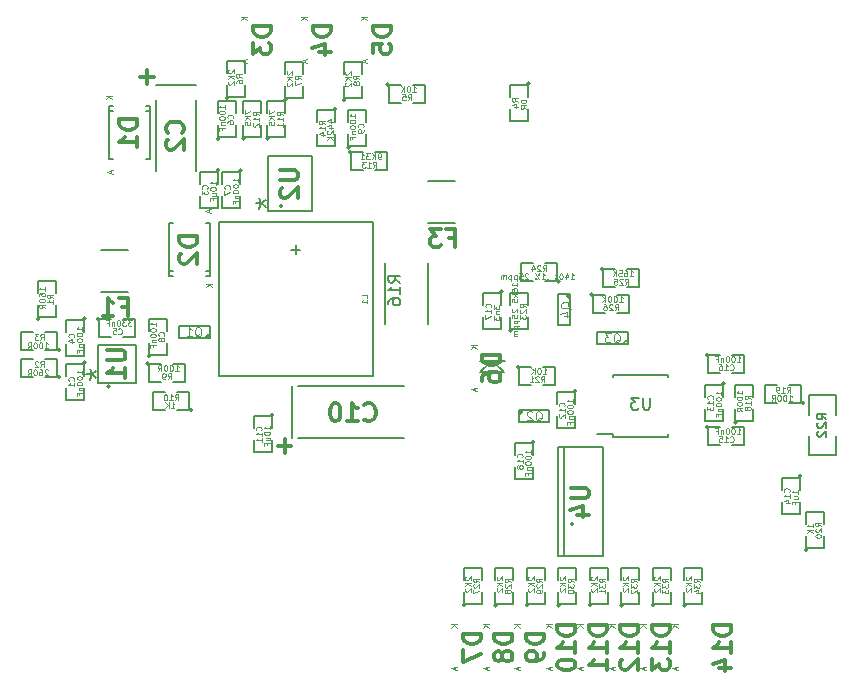
<source format=gbr>
G04 #@! TF.FileFunction,Legend,Bot*
%FSLAX46Y46*%
G04 Gerber Fmt 4.6, Leading zero omitted, Abs format (unit mm)*
G04 Created by KiCad (PCBNEW (2015-05-13 BZR 5653)-product) date 18. 11. 2015 7:39:15*
%MOMM*%
G01*
G04 APERTURE LIST*
%ADD10C,0.300000*%
%ADD11C,0.150000*%
%ADD12C,0.109220*%
%ADD13C,0.304800*%
%ADD14C,0.099060*%
%ADD15C,0.119380*%
%ADD16C,0.127000*%
G04 APERTURE END LIST*
D10*
D11*
X9779000Y28575000D02*
G75*
G03X9779000Y28575000I-127000J0D01*
G01*
X9652000Y27432000D02*
X9652000Y28448000D01*
X9652000Y28448000D02*
X8128000Y28448000D01*
X8128000Y28448000D02*
X8128000Y27432000D01*
X8128000Y26416000D02*
X8128000Y25400000D01*
X8128000Y25400000D02*
X9652000Y25400000D01*
X9652000Y25400000D02*
X9652000Y26416000D01*
X15699740Y52052220D02*
X19098260Y52052220D01*
X19098260Y44752260D02*
X19098260Y50751740D01*
X15699740Y44752260D02*
X15699740Y50751740D01*
X14345920Y52753260D02*
X15445740Y52753260D01*
X14846300Y53352700D02*
X14846300Y52153820D01*
X21082000Y44831000D02*
G75*
G03X21082000Y44831000I-127000J0D01*
G01*
X20955000Y43688000D02*
X20955000Y44704000D01*
X20955000Y44704000D02*
X19431000Y44704000D01*
X19431000Y44704000D02*
X19431000Y43688000D01*
X19431000Y42672000D02*
X19431000Y41656000D01*
X19431000Y41656000D02*
X20955000Y41656000D01*
X20955000Y41656000D02*
X20955000Y42672000D01*
X9779000Y32258000D02*
G75*
G03X9779000Y32258000I-127000J0D01*
G01*
X9652000Y31115000D02*
X9652000Y32131000D01*
X9652000Y32131000D02*
X8128000Y32131000D01*
X8128000Y32131000D02*
X8128000Y31115000D01*
X8128000Y30099000D02*
X8128000Y29083000D01*
X8128000Y29083000D02*
X9652000Y29083000D01*
X9652000Y29083000D02*
X9652000Y30099000D01*
X10922000Y32258000D02*
G75*
G03X10922000Y32258000I-127000J0D01*
G01*
X11938000Y32258000D02*
X10922000Y32258000D01*
X10922000Y32258000D02*
X10922000Y30734000D01*
X10922000Y30734000D02*
X11938000Y30734000D01*
X12954000Y30734000D02*
X13970000Y30734000D01*
X13970000Y30734000D02*
X13970000Y32258000D01*
X13970000Y32258000D02*
X12954000Y32258000D01*
X21082000Y47498000D02*
G75*
G03X21082000Y47498000I-127000J0D01*
G01*
X20955000Y48641000D02*
X20955000Y47625000D01*
X20955000Y47625000D02*
X22479000Y47625000D01*
X22479000Y47625000D02*
X22479000Y48641000D01*
X22479000Y49657000D02*
X22479000Y50673000D01*
X22479000Y50673000D02*
X20955000Y50673000D01*
X20955000Y50673000D02*
X20955000Y49657000D01*
X22987000Y44831000D02*
G75*
G03X22987000Y44831000I-127000J0D01*
G01*
X22860000Y43688000D02*
X22860000Y44704000D01*
X22860000Y44704000D02*
X21336000Y44704000D01*
X21336000Y44704000D02*
X21336000Y43688000D01*
X21336000Y42672000D02*
X21336000Y41656000D01*
X21336000Y41656000D02*
X22860000Y41656000D01*
X22860000Y41656000D02*
X22860000Y42672000D01*
X15240000Y29083000D02*
G75*
G03X15240000Y29083000I-127000J0D01*
G01*
X15113000Y30226000D02*
X15113000Y29210000D01*
X15113000Y29210000D02*
X16637000Y29210000D01*
X16637000Y29210000D02*
X16637000Y30226000D01*
X16637000Y31242000D02*
X16637000Y32258000D01*
X16637000Y32258000D02*
X15113000Y32258000D01*
X15113000Y32258000D02*
X15113000Y31242000D01*
X32131000Y46736000D02*
G75*
G03X32131000Y46736000I-127000J0D01*
G01*
X32004000Y47879000D02*
X32004000Y46863000D01*
X32004000Y46863000D02*
X33528000Y46863000D01*
X33528000Y46863000D02*
X33528000Y47879000D01*
X33528000Y48895000D02*
X33528000Y49911000D01*
X33528000Y49911000D02*
X32004000Y49911000D01*
X32004000Y49911000D02*
X32004000Y48895000D01*
X25654000Y24130000D02*
G75*
G03X25654000Y24130000I-127000J0D01*
G01*
X25527000Y22987000D02*
X25527000Y24003000D01*
X25527000Y24003000D02*
X24003000Y24003000D01*
X24003000Y24003000D02*
X24003000Y22987000D01*
X24003000Y21971000D02*
X24003000Y20955000D01*
X24003000Y20955000D02*
X25527000Y20955000D01*
X25527000Y20955000D02*
X25527000Y21971000D01*
X51308000Y26162000D02*
G75*
G03X51308000Y26162000I-127000J0D01*
G01*
X51181000Y25019000D02*
X51181000Y26035000D01*
X51181000Y26035000D02*
X49657000Y26035000D01*
X49657000Y26035000D02*
X49657000Y25019000D01*
X49657000Y24003000D02*
X49657000Y22987000D01*
X49657000Y22987000D02*
X51181000Y22987000D01*
X51181000Y22987000D02*
X51181000Y24003000D01*
X63881000Y26797000D02*
G75*
G03X63881000Y26797000I-127000J0D01*
G01*
X63754000Y25654000D02*
X63754000Y26670000D01*
X63754000Y26670000D02*
X62230000Y26670000D01*
X62230000Y26670000D02*
X62230000Y25654000D01*
X62230000Y24638000D02*
X62230000Y23622000D01*
X62230000Y23622000D02*
X63754000Y23622000D01*
X63754000Y23622000D02*
X63754000Y24638000D01*
X70358000Y18923000D02*
G75*
G03X70358000Y18923000I-127000J0D01*
G01*
X70231000Y17780000D02*
X70231000Y18796000D01*
X70231000Y18796000D02*
X68707000Y18796000D01*
X68707000Y18796000D02*
X68707000Y17780000D01*
X68707000Y16764000D02*
X68707000Y15748000D01*
X68707000Y15748000D02*
X70231000Y15748000D01*
X70231000Y15748000D02*
X70231000Y16764000D01*
X62484000Y23114000D02*
G75*
G03X62484000Y23114000I-127000J0D01*
G01*
X63500000Y23114000D02*
X62484000Y23114000D01*
X62484000Y23114000D02*
X62484000Y21590000D01*
X62484000Y21590000D02*
X63500000Y21590000D01*
X64516000Y21590000D02*
X65532000Y21590000D01*
X65532000Y21590000D02*
X65532000Y23114000D01*
X65532000Y23114000D02*
X64516000Y23114000D01*
X62484000Y29210000D02*
G75*
G03X62484000Y29210000I-127000J0D01*
G01*
X63500000Y29210000D02*
X62484000Y29210000D01*
X62484000Y29210000D02*
X62484000Y27686000D01*
X62484000Y27686000D02*
X63500000Y27686000D01*
X64516000Y27686000D02*
X65532000Y27686000D01*
X65532000Y27686000D02*
X65532000Y29210000D01*
X65532000Y29210000D02*
X64516000Y29210000D01*
X45085000Y34544000D02*
G75*
G03X45085000Y34544000I-127000J0D01*
G01*
X44958000Y33401000D02*
X44958000Y34417000D01*
X44958000Y34417000D02*
X43434000Y34417000D01*
X43434000Y34417000D02*
X43434000Y33401000D01*
X43434000Y32385000D02*
X43434000Y31369000D01*
X43434000Y31369000D02*
X44958000Y31369000D01*
X44958000Y31369000D02*
X44958000Y32385000D01*
X47752000Y21844000D02*
G75*
G03X47752000Y21844000I-127000J0D01*
G01*
X47625000Y20701000D02*
X47625000Y21717000D01*
X47625000Y21717000D02*
X46101000Y21717000D01*
X46101000Y21717000D02*
X46101000Y20701000D01*
X46101000Y19685000D02*
X46101000Y18669000D01*
X46101000Y18669000D02*
X47625000Y18669000D01*
X47625000Y18669000D02*
X47625000Y19685000D01*
X11711940Y49806860D02*
X12062460Y49806860D01*
X15212060Y49806860D02*
X14861540Y49806860D01*
X11711940Y50256440D02*
X12062460Y50256440D01*
X11711940Y45755560D02*
X12062460Y45755560D01*
X15212060Y45755560D02*
X14861540Y45755560D01*
X15212060Y50256440D02*
X14861540Y50256440D01*
X11711940Y45755560D02*
X11711940Y50256440D01*
X15212060Y45755560D02*
X15212060Y50256440D01*
X20292060Y36299140D02*
X19941540Y36299140D01*
X16791940Y36299140D02*
X17142460Y36299140D01*
X20292060Y35849560D02*
X19941540Y35849560D01*
X20292060Y40350440D02*
X19941540Y40350440D01*
X16791940Y40350440D02*
X17142460Y40350440D01*
X16791940Y35849560D02*
X17142460Y35849560D01*
X20292060Y40350440D02*
X20292060Y35849560D01*
X16791940Y40350440D02*
X16791940Y35849560D01*
X44145200Y28717240D02*
X45196760Y27716480D01*
X45196760Y27716480D02*
X43195240Y27716480D01*
X43195240Y27716480D02*
X44196000Y28717240D01*
X45245020Y28717240D02*
X43146980Y28717240D01*
X34059000Y27409000D02*
X21059000Y27409000D01*
X21059000Y27409000D02*
X21059000Y40409000D01*
X21059000Y40409000D02*
X34059000Y40409000D01*
X34059000Y40409000D02*
X34059000Y27409000D01*
X27559000Y38481000D02*
X27559000Y37719000D01*
X27940000Y38100000D02*
X27178000Y38100000D01*
X20258090Y30764480D02*
G75*
G03X20258090Y30764480I-159070J0D01*
G01*
X17653000Y31623000D02*
X17653000Y30607000D01*
X20256500Y31623000D02*
X20256500Y30607000D01*
X17653000Y30607000D02*
X20256500Y30607000D01*
X20256500Y31623000D02*
X17653000Y31623000D01*
X46735050Y24353520D02*
G75*
G03X46735050Y24353520I-159070J0D01*
G01*
X49022000Y23495000D02*
X49022000Y24511000D01*
X46418500Y23495000D02*
X46418500Y24511000D01*
X49022000Y24511000D02*
X46418500Y24511000D01*
X46418500Y23495000D02*
X49022000Y23495000D01*
X55691090Y30256480D02*
G75*
G03X55691090Y30256480I-159070J0D01*
G01*
X53086000Y31115000D02*
X53086000Y30099000D01*
X55689500Y31115000D02*
X55689500Y30099000D01*
X53086000Y30099000D02*
X55689500Y30099000D01*
X55689500Y31115000D02*
X53086000Y31115000D01*
X50801590Y34196020D02*
G75*
G03X50801590Y34196020I-159070J0D01*
G01*
X49784000Y31750000D02*
X50800000Y31750000D01*
X49784000Y34353500D02*
X50800000Y34353500D01*
X50800000Y31750000D02*
X50800000Y34353500D01*
X49784000Y34353500D02*
X49784000Y31750000D01*
X5842000Y32258000D02*
G75*
G03X5842000Y32258000I-127000J0D01*
G01*
X5715000Y33401000D02*
X5715000Y32385000D01*
X5715000Y32385000D02*
X7239000Y32385000D01*
X7239000Y32385000D02*
X7239000Y33401000D01*
X7239000Y34417000D02*
X7239000Y35433000D01*
X7239000Y35433000D02*
X5715000Y35433000D01*
X5715000Y35433000D02*
X5715000Y34417000D01*
X7620000Y27305000D02*
G75*
G03X7620000Y27305000I-127000J0D01*
G01*
X6350000Y27305000D02*
X7366000Y27305000D01*
X7366000Y27305000D02*
X7366000Y28829000D01*
X7366000Y28829000D02*
X6350000Y28829000D01*
X5334000Y28829000D02*
X4318000Y28829000D01*
X4318000Y28829000D02*
X4318000Y27305000D01*
X4318000Y27305000D02*
X5334000Y27305000D01*
X7620000Y29591000D02*
G75*
G03X7620000Y29591000I-127000J0D01*
G01*
X6350000Y29591000D02*
X7366000Y29591000D01*
X7366000Y29591000D02*
X7366000Y31115000D01*
X7366000Y31115000D02*
X6350000Y31115000D01*
X5334000Y31115000D02*
X4318000Y31115000D01*
X4318000Y31115000D02*
X4318000Y29591000D01*
X4318000Y29591000D02*
X5334000Y29591000D01*
X47371000Y52197000D02*
G75*
G03X47371000Y52197000I-127000J0D01*
G01*
X47244000Y51054000D02*
X47244000Y52070000D01*
X47244000Y52070000D02*
X45720000Y52070000D01*
X45720000Y52070000D02*
X45720000Y51054000D01*
X45720000Y50038000D02*
X45720000Y49022000D01*
X45720000Y49022000D02*
X47244000Y49022000D01*
X47244000Y49022000D02*
X47244000Y50038000D01*
X35433000Y52070000D02*
G75*
G03X35433000Y52070000I-127000J0D01*
G01*
X36449000Y52070000D02*
X35433000Y52070000D01*
X35433000Y52070000D02*
X35433000Y50546000D01*
X35433000Y50546000D02*
X36449000Y50546000D01*
X37465000Y50546000D02*
X38481000Y50546000D01*
X38481000Y50546000D02*
X38481000Y52070000D01*
X38481000Y52070000D02*
X37465000Y52070000D01*
X21844000Y50927000D02*
G75*
G03X21844000Y50927000I-127000J0D01*
G01*
X21717000Y52070000D02*
X21717000Y51054000D01*
X21717000Y51054000D02*
X23241000Y51054000D01*
X23241000Y51054000D02*
X23241000Y52070000D01*
X23241000Y53086000D02*
X23241000Y54102000D01*
X23241000Y54102000D02*
X21717000Y54102000D01*
X21717000Y54102000D02*
X21717000Y53086000D01*
X26797000Y50800000D02*
G75*
G03X26797000Y50800000I-127000J0D01*
G01*
X26670000Y51943000D02*
X26670000Y50927000D01*
X26670000Y50927000D02*
X28194000Y50927000D01*
X28194000Y50927000D02*
X28194000Y51943000D01*
X28194000Y52959000D02*
X28194000Y53975000D01*
X28194000Y53975000D02*
X26670000Y53975000D01*
X26670000Y53975000D02*
X26670000Y52959000D01*
X31750000Y50800000D02*
G75*
G03X31750000Y50800000I-127000J0D01*
G01*
X31623000Y51943000D02*
X31623000Y50927000D01*
X31623000Y50927000D02*
X33147000Y50927000D01*
X33147000Y50927000D02*
X33147000Y51943000D01*
X33147000Y52959000D02*
X33147000Y53975000D01*
X33147000Y53975000D02*
X31623000Y53975000D01*
X31623000Y53975000D02*
X31623000Y52959000D01*
X15113000Y28448000D02*
G75*
G03X15113000Y28448000I-127000J0D01*
G01*
X16129000Y28448000D02*
X15113000Y28448000D01*
X15113000Y28448000D02*
X15113000Y26924000D01*
X15113000Y26924000D02*
X16129000Y26924000D01*
X17145000Y26924000D02*
X18161000Y26924000D01*
X18161000Y26924000D02*
X18161000Y28448000D01*
X18161000Y28448000D02*
X17145000Y28448000D01*
X18796000Y24511000D02*
G75*
G03X18796000Y24511000I-127000J0D01*
G01*
X17526000Y24511000D02*
X18542000Y24511000D01*
X18542000Y24511000D02*
X18542000Y26035000D01*
X18542000Y26035000D02*
X17526000Y26035000D01*
X16510000Y26035000D02*
X15494000Y26035000D01*
X15494000Y26035000D02*
X15494000Y24511000D01*
X15494000Y24511000D02*
X16510000Y24511000D01*
X25273000Y47498000D02*
G75*
G03X25273000Y47498000I-127000J0D01*
G01*
X25146000Y48641000D02*
X25146000Y47625000D01*
X25146000Y47625000D02*
X26670000Y47625000D01*
X26670000Y47625000D02*
X26670000Y48641000D01*
X26670000Y49657000D02*
X26670000Y50673000D01*
X26670000Y50673000D02*
X25146000Y50673000D01*
X25146000Y50673000D02*
X25146000Y49657000D01*
X23241000Y47498000D02*
G75*
G03X23241000Y47498000I-127000J0D01*
G01*
X23114000Y48641000D02*
X23114000Y47625000D01*
X23114000Y47625000D02*
X24638000Y47625000D01*
X24638000Y47625000D02*
X24638000Y48641000D01*
X24638000Y49657000D02*
X24638000Y50673000D01*
X24638000Y50673000D02*
X23114000Y50673000D01*
X23114000Y50673000D02*
X23114000Y49657000D01*
X32258000Y46355000D02*
G75*
G03X32258000Y46355000I-127000J0D01*
G01*
X33274000Y46355000D02*
X32258000Y46355000D01*
X32258000Y46355000D02*
X32258000Y44831000D01*
X32258000Y44831000D02*
X33274000Y44831000D01*
X34290000Y44831000D02*
X35306000Y44831000D01*
X35306000Y44831000D02*
X35306000Y46355000D01*
X35306000Y46355000D02*
X34290000Y46355000D01*
X30988000Y50038000D02*
G75*
G03X30988000Y50038000I-127000J0D01*
G01*
X30861000Y48895000D02*
X30861000Y49911000D01*
X30861000Y49911000D02*
X29337000Y49911000D01*
X29337000Y49911000D02*
X29337000Y48895000D01*
X29337000Y47879000D02*
X29337000Y46863000D01*
X29337000Y46863000D02*
X30861000Y46863000D01*
X30861000Y46863000D02*
X30861000Y47879000D01*
X38782000Y31817000D02*
X38782000Y37017000D01*
X35132000Y37017000D02*
X35132000Y31817000D01*
X64897000Y23495000D02*
G75*
G03X64897000Y23495000I-127000J0D01*
G01*
X64770000Y24638000D02*
X64770000Y23622000D01*
X64770000Y23622000D02*
X66294000Y23622000D01*
X66294000Y23622000D02*
X66294000Y24638000D01*
X66294000Y25654000D02*
X66294000Y26670000D01*
X66294000Y26670000D02*
X64770000Y26670000D01*
X64770000Y26670000D02*
X64770000Y25654000D01*
X70612000Y25146000D02*
G75*
G03X70612000Y25146000I-127000J0D01*
G01*
X69342000Y25146000D02*
X70358000Y25146000D01*
X70358000Y25146000D02*
X70358000Y26670000D01*
X70358000Y26670000D02*
X69342000Y26670000D01*
X68326000Y26670000D02*
X67310000Y26670000D01*
X67310000Y26670000D02*
X67310000Y25146000D01*
X67310000Y25146000D02*
X68326000Y25146000D01*
X70866000Y12700000D02*
G75*
G03X70866000Y12700000I-127000J0D01*
G01*
X70739000Y13843000D02*
X70739000Y12827000D01*
X70739000Y12827000D02*
X72263000Y12827000D01*
X72263000Y12827000D02*
X72263000Y13843000D01*
X72263000Y14859000D02*
X72263000Y15875000D01*
X72263000Y15875000D02*
X70739000Y15875000D01*
X70739000Y15875000D02*
X70739000Y14859000D01*
X46482000Y28194000D02*
G75*
G03X46482000Y28194000I-127000J0D01*
G01*
X47498000Y28194000D02*
X46482000Y28194000D01*
X46482000Y28194000D02*
X46482000Y26670000D01*
X46482000Y26670000D02*
X47498000Y26670000D01*
X48514000Y26670000D02*
X49530000Y26670000D01*
X49530000Y26670000D02*
X49530000Y28194000D01*
X49530000Y28194000D02*
X48514000Y28194000D01*
X73279000Y20701000D02*
X70993000Y20701000D01*
X70993000Y20701000D02*
X70993000Y22352000D01*
X73279000Y24130000D02*
X73279000Y25781000D01*
X73279000Y25781000D02*
X70993000Y25781000D01*
X70993000Y25781000D02*
X70993000Y24130000D01*
X73279000Y22352000D02*
X73279000Y20701000D01*
X45847000Y31242000D02*
G75*
G03X45847000Y31242000I-127000J0D01*
G01*
X45720000Y32385000D02*
X45720000Y31369000D01*
X45720000Y31369000D02*
X47244000Y31369000D01*
X47244000Y31369000D02*
X47244000Y32385000D01*
X47244000Y33401000D02*
X47244000Y34417000D01*
X47244000Y34417000D02*
X45720000Y34417000D01*
X45720000Y34417000D02*
X45720000Y33401000D01*
X49911000Y35433000D02*
G75*
G03X49911000Y35433000I-127000J0D01*
G01*
X48641000Y35433000D02*
X49657000Y35433000D01*
X49657000Y35433000D02*
X49657000Y36957000D01*
X49657000Y36957000D02*
X48641000Y36957000D01*
X47625000Y36957000D02*
X46609000Y36957000D01*
X46609000Y36957000D02*
X46609000Y35433000D01*
X46609000Y35433000D02*
X47625000Y35433000D01*
X53594000Y36449000D02*
G75*
G03X53594000Y36449000I-127000J0D01*
G01*
X54610000Y36449000D02*
X53594000Y36449000D01*
X53594000Y36449000D02*
X53594000Y34925000D01*
X53594000Y34925000D02*
X54610000Y34925000D01*
X55626000Y34925000D02*
X56642000Y34925000D01*
X56642000Y34925000D02*
X56642000Y36449000D01*
X56642000Y36449000D02*
X55626000Y36449000D01*
X52705000Y34290000D02*
G75*
G03X52705000Y34290000I-127000J0D01*
G01*
X53721000Y34290000D02*
X52705000Y34290000D01*
X52705000Y34290000D02*
X52705000Y32766000D01*
X52705000Y32766000D02*
X53721000Y32766000D01*
X54737000Y32766000D02*
X55753000Y32766000D01*
X55753000Y32766000D02*
X55753000Y34290000D01*
X55753000Y34290000D02*
X54737000Y34290000D01*
X41910000Y8001000D02*
G75*
G03X41910000Y8001000I-127000J0D01*
G01*
X41783000Y9144000D02*
X41783000Y8128000D01*
X41783000Y8128000D02*
X43307000Y8128000D01*
X43307000Y8128000D02*
X43307000Y9144000D01*
X43307000Y10160000D02*
X43307000Y11176000D01*
X43307000Y11176000D02*
X41783000Y11176000D01*
X41783000Y11176000D02*
X41783000Y10160000D01*
X44577000Y8001000D02*
G75*
G03X44577000Y8001000I-127000J0D01*
G01*
X44450000Y9144000D02*
X44450000Y8128000D01*
X44450000Y8128000D02*
X45974000Y8128000D01*
X45974000Y8128000D02*
X45974000Y9144000D01*
X45974000Y10160000D02*
X45974000Y11176000D01*
X45974000Y11176000D02*
X44450000Y11176000D01*
X44450000Y11176000D02*
X44450000Y10160000D01*
X47244000Y8001000D02*
G75*
G03X47244000Y8001000I-127000J0D01*
G01*
X47117000Y9144000D02*
X47117000Y8128000D01*
X47117000Y8128000D02*
X48641000Y8128000D01*
X48641000Y8128000D02*
X48641000Y9144000D01*
X48641000Y10160000D02*
X48641000Y11176000D01*
X48641000Y11176000D02*
X47117000Y11176000D01*
X47117000Y11176000D02*
X47117000Y10160000D01*
X49911000Y8001000D02*
G75*
G03X49911000Y8001000I-127000J0D01*
G01*
X49784000Y9144000D02*
X49784000Y8128000D01*
X49784000Y8128000D02*
X51308000Y8128000D01*
X51308000Y8128000D02*
X51308000Y9144000D01*
X51308000Y10160000D02*
X51308000Y11176000D01*
X51308000Y11176000D02*
X49784000Y11176000D01*
X49784000Y11176000D02*
X49784000Y10160000D01*
X52578000Y8001000D02*
G75*
G03X52578000Y8001000I-127000J0D01*
G01*
X52451000Y9144000D02*
X52451000Y8128000D01*
X52451000Y8128000D02*
X53975000Y8128000D01*
X53975000Y8128000D02*
X53975000Y9144000D01*
X53975000Y10160000D02*
X53975000Y11176000D01*
X53975000Y11176000D02*
X52451000Y11176000D01*
X52451000Y11176000D02*
X52451000Y10160000D01*
X55245000Y8001000D02*
G75*
G03X55245000Y8001000I-127000J0D01*
G01*
X55118000Y9144000D02*
X55118000Y8128000D01*
X55118000Y8128000D02*
X56642000Y8128000D01*
X56642000Y8128000D02*
X56642000Y9144000D01*
X56642000Y10160000D02*
X56642000Y11176000D01*
X56642000Y11176000D02*
X55118000Y11176000D01*
X55118000Y11176000D02*
X55118000Y10160000D01*
X57912000Y8001000D02*
G75*
G03X57912000Y8001000I-127000J0D01*
G01*
X57785000Y9144000D02*
X57785000Y8128000D01*
X57785000Y8128000D02*
X59309000Y8128000D01*
X59309000Y8128000D02*
X59309000Y9144000D01*
X59309000Y10160000D02*
X59309000Y11176000D01*
X59309000Y11176000D02*
X57785000Y11176000D01*
X57785000Y11176000D02*
X57785000Y10160000D01*
X51054000Y14859000D02*
G75*
G03X51054000Y14859000I-127000J0D01*
G01*
X50292000Y12164000D02*
X50292000Y21364000D01*
X53589000Y12164000D02*
X53589000Y21364000D01*
X49784000Y12164000D02*
X49784000Y21364000D01*
X49789000Y12164000D02*
X53589000Y12164000D01*
X49784000Y21364000D02*
X53594000Y21364000D01*
X54444000Y22267000D02*
X54444000Y22492000D01*
X59094000Y22267000D02*
X59094000Y22492000D01*
X59094000Y27517000D02*
X59094000Y27292000D01*
X54444000Y27517000D02*
X54444000Y27292000D01*
X54444000Y22267000D02*
X59094000Y22267000D01*
X54444000Y27517000D02*
X59094000Y27517000D01*
X54444000Y22492000D02*
X53094000Y22492000D01*
X11811000Y26543000D02*
G75*
G03X11811000Y26543000I-127000J0D01*
G01*
X14046000Y26848000D02*
X14046000Y30048000D01*
X10846000Y26848000D02*
X10846000Y30048000D01*
X10846000Y26848000D02*
X14046000Y26848000D01*
X10846000Y30048000D02*
X14046000Y30048000D01*
X27256740Y22184360D02*
X27256740Y26583640D01*
X27757120Y26583640D02*
X36758880Y26583640D01*
X36758880Y22184360D02*
X27757120Y22184360D01*
X26603960Y21082000D02*
X26603960Y22181820D01*
X26004520Y21582380D02*
X27203400Y21582380D01*
X26416000Y41783000D02*
G75*
G03X26416000Y41783000I-127000J0D01*
G01*
X28901000Y41338000D02*
X28901000Y46038000D01*
X25201000Y41338000D02*
X25201000Y46038000D01*
X25201000Y41338000D02*
X28901000Y41338000D01*
X25201000Y46038000D02*
X28901000Y46038000D01*
X60579000Y8001000D02*
G75*
G03X60579000Y8001000I-127000J0D01*
G01*
X60452000Y9144000D02*
X60452000Y8128000D01*
X60452000Y8128000D02*
X61976000Y8128000D01*
X61976000Y8128000D02*
X61976000Y9144000D01*
X61976000Y10160000D02*
X61976000Y11176000D01*
X61976000Y11176000D02*
X60452000Y11176000D01*
X60452000Y11176000D02*
X60452000Y10160000D01*
X11049000Y38100000D02*
X13335000Y38100000D01*
X11049000Y34544000D02*
X13335000Y34544000D01*
X38735000Y43942000D02*
X41021000Y43942000D01*
X38735000Y40386000D02*
X41021000Y40386000D01*
D12*
X8751207Y27007396D02*
X8775035Y27031224D01*
X8798862Y27102707D01*
X8798862Y27150362D01*
X8775035Y27221845D01*
X8727380Y27269500D01*
X8679724Y27293328D01*
X8584414Y27317156D01*
X8512931Y27317156D01*
X8417620Y27293328D01*
X8369965Y27269500D01*
X8322310Y27221845D01*
X8298482Y27150362D01*
X8298482Y27102707D01*
X8322310Y27031224D01*
X8346138Y27007396D01*
X8798862Y26530844D02*
X8798862Y26816776D01*
X8798862Y26673810D02*
X8298482Y26673810D01*
X8369965Y26721465D01*
X8417620Y26769120D01*
X8441448Y26816776D01*
X9497362Y27571397D02*
X9497362Y27857329D01*
X9497362Y27714363D02*
X8996982Y27714363D01*
X9068465Y27762018D01*
X9116120Y27809673D01*
X9139948Y27857329D01*
X8996982Y27261638D02*
X8996982Y27213983D01*
X9020810Y27166328D01*
X9044638Y27142500D01*
X9092293Y27118673D01*
X9187603Y27094845D01*
X9306741Y27094845D01*
X9402052Y27118673D01*
X9449707Y27142500D01*
X9473535Y27166328D01*
X9497362Y27213983D01*
X9497362Y27261638D01*
X9473535Y27309294D01*
X9449707Y27333121D01*
X9402052Y27356949D01*
X9306741Y27380777D01*
X9187603Y27380777D01*
X9092293Y27356949D01*
X9044638Y27333121D01*
X9020810Y27309294D01*
X8996982Y27261638D01*
X8996982Y26785086D02*
X8996982Y26737431D01*
X9020810Y26689776D01*
X9044638Y26665948D01*
X9092293Y26642121D01*
X9187603Y26618293D01*
X9306741Y26618293D01*
X9402052Y26642121D01*
X9449707Y26665948D01*
X9473535Y26689776D01*
X9497362Y26737431D01*
X9497362Y26785086D01*
X9473535Y26832742D01*
X9449707Y26856569D01*
X9402052Y26880397D01*
X9306741Y26904225D01*
X9187603Y26904225D01*
X9092293Y26880397D01*
X9044638Y26856569D01*
X9020810Y26832742D01*
X8996982Y26785086D01*
X9163776Y26403845D02*
X9497362Y26403845D01*
X9211431Y26403845D02*
X9187603Y26380017D01*
X9163776Y26332362D01*
X9163776Y26260879D01*
X9187603Y26213224D01*
X9235259Y26189396D01*
X9497362Y26189396D01*
X9235259Y25784327D02*
X9235259Y25951120D01*
X9497362Y25951120D02*
X8996982Y25951120D01*
X8996982Y25712844D01*
D13*
X17943286Y48006000D02*
X18015857Y48078571D01*
X18088429Y48296285D01*
X18088429Y48441428D01*
X18015857Y48659143D01*
X17870714Y48804285D01*
X17725571Y48876857D01*
X17435286Y48949428D01*
X17217571Y48949428D01*
X16927286Y48876857D01*
X16782143Y48804285D01*
X16637000Y48659143D01*
X16564429Y48441428D01*
X16564429Y48296285D01*
X16637000Y48078571D01*
X16709571Y48006000D01*
X16709571Y47425428D02*
X16637000Y47352857D01*
X16564429Y47207714D01*
X16564429Y46844857D01*
X16637000Y46699714D01*
X16709571Y46627143D01*
X16854714Y46554571D01*
X16999857Y46554571D01*
X17217571Y46627143D01*
X18088429Y47498000D01*
X18088429Y46554571D01*
X14957697Y53331291D02*
X14957697Y52170148D01*
X15538269Y52750719D02*
X14377126Y52750719D01*
D12*
X20054207Y43263396D02*
X20078035Y43287224D01*
X20101862Y43358707D01*
X20101862Y43406362D01*
X20078035Y43477845D01*
X20030380Y43525500D01*
X19982724Y43549328D01*
X19887414Y43573156D01*
X19815931Y43573156D01*
X19720620Y43549328D01*
X19672965Y43525500D01*
X19625310Y43477845D01*
X19601482Y43406362D01*
X19601482Y43358707D01*
X19625310Y43287224D01*
X19649138Y43263396D01*
X19601482Y43096603D02*
X19601482Y42786844D01*
X19792103Y42953637D01*
X19792103Y42882155D01*
X19815931Y42834499D01*
X19839759Y42810672D01*
X19887414Y42786844D01*
X20006552Y42786844D01*
X20054207Y42810672D01*
X20078035Y42834499D01*
X20101862Y42882155D01*
X20101862Y43025120D01*
X20078035Y43072776D01*
X20054207Y43096603D01*
X20800362Y43589121D02*
X20800362Y43875053D01*
X20800362Y43732087D02*
X20299982Y43732087D01*
X20371465Y43779742D01*
X20419120Y43827397D01*
X20442948Y43875053D01*
X20299982Y43279362D02*
X20299982Y43231707D01*
X20323810Y43184052D01*
X20347638Y43160224D01*
X20395293Y43136397D01*
X20490603Y43112569D01*
X20609741Y43112569D01*
X20705052Y43136397D01*
X20752707Y43160224D01*
X20776535Y43184052D01*
X20800362Y43231707D01*
X20800362Y43279362D01*
X20776535Y43327018D01*
X20752707Y43350845D01*
X20705052Y43374673D01*
X20609741Y43398501D01*
X20490603Y43398501D01*
X20395293Y43374673D01*
X20347638Y43350845D01*
X20323810Y43327018D01*
X20299982Y43279362D01*
X20466776Y42683672D02*
X20800362Y42683672D01*
X20466776Y42898121D02*
X20728880Y42898121D01*
X20776535Y42874293D01*
X20800362Y42826638D01*
X20800362Y42755155D01*
X20776535Y42707500D01*
X20752707Y42683672D01*
X20538259Y42278603D02*
X20538259Y42445396D01*
X20800362Y42445396D02*
X20299982Y42445396D01*
X20299982Y42207120D01*
X8751207Y30690396D02*
X8775035Y30714224D01*
X8798862Y30785707D01*
X8798862Y30833362D01*
X8775035Y30904845D01*
X8727380Y30952500D01*
X8679724Y30976328D01*
X8584414Y31000156D01*
X8512931Y31000156D01*
X8417620Y30976328D01*
X8369965Y30952500D01*
X8322310Y30904845D01*
X8298482Y30833362D01*
X8298482Y30785707D01*
X8322310Y30714224D01*
X8346138Y30690396D01*
X8465276Y30261499D02*
X8798862Y30261499D01*
X8274655Y30380637D02*
X8632069Y30499776D01*
X8632069Y30190016D01*
X9497362Y31254397D02*
X9497362Y31540329D01*
X9497362Y31397363D02*
X8996982Y31397363D01*
X9068465Y31445018D01*
X9116120Y31492673D01*
X9139948Y31540329D01*
X8996982Y30944638D02*
X8996982Y30896983D01*
X9020810Y30849328D01*
X9044638Y30825500D01*
X9092293Y30801673D01*
X9187603Y30777845D01*
X9306741Y30777845D01*
X9402052Y30801673D01*
X9449707Y30825500D01*
X9473535Y30849328D01*
X9497362Y30896983D01*
X9497362Y30944638D01*
X9473535Y30992294D01*
X9449707Y31016121D01*
X9402052Y31039949D01*
X9306741Y31063777D01*
X9187603Y31063777D01*
X9092293Y31039949D01*
X9044638Y31016121D01*
X9020810Y30992294D01*
X8996982Y30944638D01*
X8996982Y30468086D02*
X8996982Y30420431D01*
X9020810Y30372776D01*
X9044638Y30348948D01*
X9092293Y30325121D01*
X9187603Y30301293D01*
X9306741Y30301293D01*
X9402052Y30325121D01*
X9449707Y30348948D01*
X9473535Y30372776D01*
X9497362Y30420431D01*
X9497362Y30468086D01*
X9473535Y30515742D01*
X9449707Y30539569D01*
X9402052Y30563397D01*
X9306741Y30587225D01*
X9187603Y30587225D01*
X9092293Y30563397D01*
X9044638Y30539569D01*
X9020810Y30515742D01*
X8996982Y30468086D01*
X9163776Y30086845D02*
X9497362Y30086845D01*
X9211431Y30086845D02*
X9187603Y30063017D01*
X9163776Y30015362D01*
X9163776Y29943879D01*
X9187603Y29896224D01*
X9235259Y29872396D01*
X9497362Y29872396D01*
X9235259Y29467327D02*
X9235259Y29634120D01*
X9497362Y29634120D02*
X8996982Y29634120D01*
X8996982Y29395844D01*
X12529396Y30999793D02*
X12553224Y30975965D01*
X12624707Y30952138D01*
X12672362Y30952138D01*
X12743845Y30975965D01*
X12791500Y31023620D01*
X12815328Y31071276D01*
X12839156Y31166586D01*
X12839156Y31238069D01*
X12815328Y31333380D01*
X12791500Y31381035D01*
X12743845Y31428690D01*
X12672362Y31452518D01*
X12624707Y31452518D01*
X12553224Y31428690D01*
X12529396Y31404862D01*
X12076672Y31452518D02*
X12314948Y31452518D01*
X12338776Y31214241D01*
X12314948Y31238069D01*
X12267293Y31261897D01*
X12148155Y31261897D01*
X12100499Y31238069D01*
X12076672Y31214241D01*
X12052844Y31166586D01*
X12052844Y31047448D01*
X12076672Y30999793D01*
X12100499Y30975965D01*
X12148155Y30952138D01*
X12267293Y30952138D01*
X12314948Y30975965D01*
X12338776Y30999793D01*
X13657156Y32151018D02*
X13347397Y32151018D01*
X13514190Y31960397D01*
X13442708Y31960397D01*
X13395052Y31936569D01*
X13371225Y31912741D01*
X13347397Y31865086D01*
X13347397Y31745948D01*
X13371225Y31698293D01*
X13395052Y31674465D01*
X13442708Y31650638D01*
X13585673Y31650638D01*
X13633329Y31674465D01*
X13657156Y31698293D01*
X13180604Y32151018D02*
X12870845Y32151018D01*
X13037638Y31960397D01*
X12966156Y31960397D01*
X12918500Y31936569D01*
X12894673Y31912741D01*
X12870845Y31865086D01*
X12870845Y31745948D01*
X12894673Y31698293D01*
X12918500Y31674465D01*
X12966156Y31650638D01*
X13109121Y31650638D01*
X13156777Y31674465D01*
X13180604Y31698293D01*
X12561086Y32151018D02*
X12513431Y32151018D01*
X12465776Y32127190D01*
X12441948Y32103362D01*
X12418121Y32055707D01*
X12394293Y31960397D01*
X12394293Y31841259D01*
X12418121Y31745948D01*
X12441948Y31698293D01*
X12465776Y31674465D01*
X12513431Y31650638D01*
X12561086Y31650638D01*
X12608742Y31674465D01*
X12632569Y31698293D01*
X12656397Y31745948D01*
X12680225Y31841259D01*
X12680225Y31960397D01*
X12656397Y32055707D01*
X12632569Y32103362D01*
X12608742Y32127190D01*
X12561086Y32151018D01*
X12179845Y31984224D02*
X12179845Y31650638D01*
X12179845Y31936569D02*
X12156017Y31960397D01*
X12108362Y31984224D01*
X12036879Y31984224D01*
X11989224Y31960397D01*
X11965396Y31912741D01*
X11965396Y31650638D01*
X11560327Y31912741D02*
X11727120Y31912741D01*
X11727120Y31650638D02*
X11727120Y32151018D01*
X11488844Y32151018D01*
X22213207Y49232396D02*
X22237035Y49256224D01*
X22260862Y49327707D01*
X22260862Y49375362D01*
X22237035Y49446845D01*
X22189380Y49494500D01*
X22141724Y49518328D01*
X22046414Y49542156D01*
X21974931Y49542156D01*
X21879620Y49518328D01*
X21831965Y49494500D01*
X21784310Y49446845D01*
X21760482Y49375362D01*
X21760482Y49327707D01*
X21784310Y49256224D01*
X21808138Y49232396D01*
X21760482Y48803499D02*
X21760482Y48898810D01*
X21784310Y48946465D01*
X21808138Y48970293D01*
X21879620Y49017948D01*
X21974931Y49041776D01*
X22165552Y49041776D01*
X22213207Y49017948D01*
X22237035Y48994120D01*
X22260862Y48946465D01*
X22260862Y48851155D01*
X22237035Y48803499D01*
X22213207Y48779672D01*
X22165552Y48755844D01*
X22046414Y48755844D01*
X21998759Y48779672D01*
X21974931Y48803499D01*
X21951103Y48851155D01*
X21951103Y48946465D01*
X21974931Y48994120D01*
X21998759Y49017948D01*
X22046414Y49041776D01*
X21562362Y50050397D02*
X21562362Y50336329D01*
X21562362Y50193363D02*
X21061982Y50193363D01*
X21133465Y50241018D01*
X21181120Y50288673D01*
X21204948Y50336329D01*
X21061982Y49740638D02*
X21061982Y49692983D01*
X21085810Y49645328D01*
X21109638Y49621500D01*
X21157293Y49597673D01*
X21252603Y49573845D01*
X21371741Y49573845D01*
X21467052Y49597673D01*
X21514707Y49621500D01*
X21538535Y49645328D01*
X21562362Y49692983D01*
X21562362Y49740638D01*
X21538535Y49788294D01*
X21514707Y49812121D01*
X21467052Y49835949D01*
X21371741Y49859777D01*
X21252603Y49859777D01*
X21157293Y49835949D01*
X21109638Y49812121D01*
X21085810Y49788294D01*
X21061982Y49740638D01*
X21061982Y49264086D02*
X21061982Y49216431D01*
X21085810Y49168776D01*
X21109638Y49144948D01*
X21157293Y49121121D01*
X21252603Y49097293D01*
X21371741Y49097293D01*
X21467052Y49121121D01*
X21514707Y49144948D01*
X21538535Y49168776D01*
X21562362Y49216431D01*
X21562362Y49264086D01*
X21538535Y49311742D01*
X21514707Y49335569D01*
X21467052Y49359397D01*
X21371741Y49383225D01*
X21252603Y49383225D01*
X21157293Y49359397D01*
X21109638Y49335569D01*
X21085810Y49311742D01*
X21061982Y49264086D01*
X21228776Y48882845D02*
X21562362Y48882845D01*
X21276431Y48882845D02*
X21252603Y48859017D01*
X21228776Y48811362D01*
X21228776Y48739879D01*
X21252603Y48692224D01*
X21300259Y48668396D01*
X21562362Y48668396D01*
X21300259Y48263327D02*
X21300259Y48430120D01*
X21562362Y48430120D02*
X21061982Y48430120D01*
X21061982Y48191844D01*
X21959207Y43263396D02*
X21983035Y43287224D01*
X22006862Y43358707D01*
X22006862Y43406362D01*
X21983035Y43477845D01*
X21935380Y43525500D01*
X21887724Y43549328D01*
X21792414Y43573156D01*
X21720931Y43573156D01*
X21625620Y43549328D01*
X21577965Y43525500D01*
X21530310Y43477845D01*
X21506482Y43406362D01*
X21506482Y43358707D01*
X21530310Y43287224D01*
X21554138Y43263396D01*
X21506482Y43096603D02*
X21506482Y42763016D01*
X22006862Y42977465D01*
X22705362Y43827397D02*
X22705362Y44113329D01*
X22705362Y43970363D02*
X22204982Y43970363D01*
X22276465Y44018018D01*
X22324120Y44065673D01*
X22347948Y44113329D01*
X22204982Y43517638D02*
X22204982Y43469983D01*
X22228810Y43422328D01*
X22252638Y43398500D01*
X22300293Y43374673D01*
X22395603Y43350845D01*
X22514741Y43350845D01*
X22610052Y43374673D01*
X22657707Y43398500D01*
X22681535Y43422328D01*
X22705362Y43469983D01*
X22705362Y43517638D01*
X22681535Y43565294D01*
X22657707Y43589121D01*
X22610052Y43612949D01*
X22514741Y43636777D01*
X22395603Y43636777D01*
X22300293Y43612949D01*
X22252638Y43589121D01*
X22228810Y43565294D01*
X22204982Y43517638D01*
X22204982Y43041086D02*
X22204982Y42993431D01*
X22228810Y42945776D01*
X22252638Y42921948D01*
X22300293Y42898121D01*
X22395603Y42874293D01*
X22514741Y42874293D01*
X22610052Y42898121D01*
X22657707Y42921948D01*
X22681535Y42945776D01*
X22705362Y42993431D01*
X22705362Y43041086D01*
X22681535Y43088742D01*
X22657707Y43112569D01*
X22610052Y43136397D01*
X22514741Y43160225D01*
X22395603Y43160225D01*
X22300293Y43136397D01*
X22252638Y43112569D01*
X22228810Y43088742D01*
X22204982Y43041086D01*
X22371776Y42659845D02*
X22705362Y42659845D01*
X22419431Y42659845D02*
X22395603Y42636017D01*
X22371776Y42588362D01*
X22371776Y42516879D01*
X22395603Y42469224D01*
X22443259Y42445396D01*
X22705362Y42445396D01*
X22443259Y42040327D02*
X22443259Y42207120D01*
X22705362Y42207120D02*
X22204982Y42207120D01*
X22204982Y41968844D01*
X16371207Y30817396D02*
X16395035Y30841224D01*
X16418862Y30912707D01*
X16418862Y30960362D01*
X16395035Y31031845D01*
X16347380Y31079500D01*
X16299724Y31103328D01*
X16204414Y31127156D01*
X16132931Y31127156D01*
X16037620Y31103328D01*
X15989965Y31079500D01*
X15942310Y31031845D01*
X15918482Y30960362D01*
X15918482Y30912707D01*
X15942310Y30841224D01*
X15966138Y30817396D01*
X16132931Y30531465D02*
X16109103Y30579120D01*
X16085276Y30602948D01*
X16037620Y30626776D01*
X16013793Y30626776D01*
X15966138Y30602948D01*
X15942310Y30579120D01*
X15918482Y30531465D01*
X15918482Y30436155D01*
X15942310Y30388499D01*
X15966138Y30364672D01*
X16013793Y30340844D01*
X16037620Y30340844D01*
X16085276Y30364672D01*
X16109103Y30388499D01*
X16132931Y30436155D01*
X16132931Y30531465D01*
X16156759Y30579120D01*
X16180586Y30602948D01*
X16228241Y30626776D01*
X16323552Y30626776D01*
X16371207Y30602948D01*
X16395035Y30579120D01*
X16418862Y30531465D01*
X16418862Y30436155D01*
X16395035Y30388499D01*
X16371207Y30364672D01*
X16323552Y30340844D01*
X16228241Y30340844D01*
X16180586Y30364672D01*
X16156759Y30388499D01*
X16132931Y30436155D01*
X15720362Y31635397D02*
X15720362Y31921329D01*
X15720362Y31778363D02*
X15219982Y31778363D01*
X15291465Y31826018D01*
X15339120Y31873673D01*
X15362948Y31921329D01*
X15219982Y31325638D02*
X15219982Y31277983D01*
X15243810Y31230328D01*
X15267638Y31206500D01*
X15315293Y31182673D01*
X15410603Y31158845D01*
X15529741Y31158845D01*
X15625052Y31182673D01*
X15672707Y31206500D01*
X15696535Y31230328D01*
X15720362Y31277983D01*
X15720362Y31325638D01*
X15696535Y31373294D01*
X15672707Y31397121D01*
X15625052Y31420949D01*
X15529741Y31444777D01*
X15410603Y31444777D01*
X15315293Y31420949D01*
X15267638Y31397121D01*
X15243810Y31373294D01*
X15219982Y31325638D01*
X15219982Y30849086D02*
X15219982Y30801431D01*
X15243810Y30753776D01*
X15267638Y30729948D01*
X15315293Y30706121D01*
X15410603Y30682293D01*
X15529741Y30682293D01*
X15625052Y30706121D01*
X15672707Y30729948D01*
X15696535Y30753776D01*
X15720362Y30801431D01*
X15720362Y30849086D01*
X15696535Y30896742D01*
X15672707Y30920569D01*
X15625052Y30944397D01*
X15529741Y30968225D01*
X15410603Y30968225D01*
X15315293Y30944397D01*
X15267638Y30920569D01*
X15243810Y30896742D01*
X15219982Y30849086D01*
X15386776Y30467845D02*
X15720362Y30467845D01*
X15434431Y30467845D02*
X15410603Y30444017D01*
X15386776Y30396362D01*
X15386776Y30324879D01*
X15410603Y30277224D01*
X15458259Y30253396D01*
X15720362Y30253396D01*
X15458259Y29848327D02*
X15458259Y30015120D01*
X15720362Y30015120D02*
X15219982Y30015120D01*
X15219982Y29776844D01*
X33262207Y48470396D02*
X33286035Y48494224D01*
X33309862Y48565707D01*
X33309862Y48613362D01*
X33286035Y48684845D01*
X33238380Y48732500D01*
X33190724Y48756328D01*
X33095414Y48780156D01*
X33023931Y48780156D01*
X32928620Y48756328D01*
X32880965Y48732500D01*
X32833310Y48684845D01*
X32809482Y48613362D01*
X32809482Y48565707D01*
X32833310Y48494224D01*
X32857138Y48470396D01*
X33309862Y48232120D02*
X33309862Y48136810D01*
X33286035Y48089155D01*
X33262207Y48065327D01*
X33190724Y48017672D01*
X33095414Y47993844D01*
X32904793Y47993844D01*
X32857138Y48017672D01*
X32833310Y48041499D01*
X32809482Y48089155D01*
X32809482Y48184465D01*
X32833310Y48232120D01*
X32857138Y48255948D01*
X32904793Y48279776D01*
X33023931Y48279776D01*
X33071586Y48255948D01*
X33095414Y48232120D01*
X33119241Y48184465D01*
X33119241Y48089155D01*
X33095414Y48041499D01*
X33071586Y48017672D01*
X33023931Y47993844D01*
X32611362Y49288397D02*
X32611362Y49574329D01*
X32611362Y49431363D02*
X32110982Y49431363D01*
X32182465Y49479018D01*
X32230120Y49526673D01*
X32253948Y49574329D01*
X32110982Y48978638D02*
X32110982Y48930983D01*
X32134810Y48883328D01*
X32158638Y48859500D01*
X32206293Y48835673D01*
X32301603Y48811845D01*
X32420741Y48811845D01*
X32516052Y48835673D01*
X32563707Y48859500D01*
X32587535Y48883328D01*
X32611362Y48930983D01*
X32611362Y48978638D01*
X32587535Y49026294D01*
X32563707Y49050121D01*
X32516052Y49073949D01*
X32420741Y49097777D01*
X32301603Y49097777D01*
X32206293Y49073949D01*
X32158638Y49050121D01*
X32134810Y49026294D01*
X32110982Y48978638D01*
X32110982Y48502086D02*
X32110982Y48454431D01*
X32134810Y48406776D01*
X32158638Y48382948D01*
X32206293Y48359121D01*
X32301603Y48335293D01*
X32420741Y48335293D01*
X32516052Y48359121D01*
X32563707Y48382948D01*
X32587535Y48406776D01*
X32611362Y48454431D01*
X32611362Y48502086D01*
X32587535Y48549742D01*
X32563707Y48573569D01*
X32516052Y48597397D01*
X32420741Y48621225D01*
X32301603Y48621225D01*
X32206293Y48597397D01*
X32158638Y48573569D01*
X32134810Y48549742D01*
X32110982Y48502086D01*
X32277776Y48120845D02*
X32611362Y48120845D01*
X32325431Y48120845D02*
X32301603Y48097017D01*
X32277776Y48049362D01*
X32277776Y47977879D01*
X32301603Y47930224D01*
X32349259Y47906396D01*
X32611362Y47906396D01*
X32349259Y47501327D02*
X32349259Y47668120D01*
X32611362Y47668120D02*
X32110982Y47668120D01*
X32110982Y47429844D01*
X24626207Y22800672D02*
X24650035Y22824500D01*
X24673862Y22895983D01*
X24673862Y22943638D01*
X24650035Y23015121D01*
X24602380Y23062776D01*
X24554724Y23086604D01*
X24459414Y23110432D01*
X24387931Y23110432D01*
X24292620Y23086604D01*
X24244965Y23062776D01*
X24197310Y23015121D01*
X24173482Y22943638D01*
X24173482Y22895983D01*
X24197310Y22824500D01*
X24221138Y22800672D01*
X24673862Y22324120D02*
X24673862Y22610052D01*
X24673862Y22467086D02*
X24173482Y22467086D01*
X24244965Y22514741D01*
X24292620Y22562396D01*
X24316448Y22610052D01*
X24673862Y21847568D02*
X24673862Y22133500D01*
X24673862Y21990534D02*
X24173482Y21990534D01*
X24244965Y22038189D01*
X24292620Y22085844D01*
X24316448Y22133500D01*
X25372362Y22888121D02*
X25372362Y23174053D01*
X25372362Y23031087D02*
X24871982Y23031087D01*
X24943465Y23078742D01*
X24991120Y23126397D01*
X25014948Y23174053D01*
X24871982Y22578362D02*
X24871982Y22530707D01*
X24895810Y22483052D01*
X24919638Y22459224D01*
X24967293Y22435397D01*
X25062603Y22411569D01*
X25181741Y22411569D01*
X25277052Y22435397D01*
X25324707Y22459224D01*
X25348535Y22483052D01*
X25372362Y22530707D01*
X25372362Y22578362D01*
X25348535Y22626018D01*
X25324707Y22649845D01*
X25277052Y22673673D01*
X25181741Y22697501D01*
X25062603Y22697501D01*
X24967293Y22673673D01*
X24919638Y22649845D01*
X24895810Y22626018D01*
X24871982Y22578362D01*
X25038776Y21982672D02*
X25372362Y21982672D01*
X25038776Y22197121D02*
X25300880Y22197121D01*
X25348535Y22173293D01*
X25372362Y22125638D01*
X25372362Y22054155D01*
X25348535Y22006500D01*
X25324707Y21982672D01*
X25110259Y21577603D02*
X25110259Y21744396D01*
X25372362Y21744396D02*
X24871982Y21744396D01*
X24871982Y21506120D01*
X50280207Y24832672D02*
X50304035Y24856500D01*
X50327862Y24927983D01*
X50327862Y24975638D01*
X50304035Y25047121D01*
X50256380Y25094776D01*
X50208724Y25118604D01*
X50113414Y25142432D01*
X50041931Y25142432D01*
X49946620Y25118604D01*
X49898965Y25094776D01*
X49851310Y25047121D01*
X49827482Y24975638D01*
X49827482Y24927983D01*
X49851310Y24856500D01*
X49875138Y24832672D01*
X50327862Y24356120D02*
X50327862Y24642052D01*
X50327862Y24499086D02*
X49827482Y24499086D01*
X49898965Y24546741D01*
X49946620Y24594396D01*
X49970448Y24642052D01*
X49875138Y24165500D02*
X49851310Y24141672D01*
X49827482Y24094017D01*
X49827482Y23974879D01*
X49851310Y23927223D01*
X49875138Y23903396D01*
X49922793Y23879568D01*
X49970448Y23879568D01*
X50041931Y23903396D01*
X50327862Y24189327D01*
X50327862Y23879568D01*
X51026362Y25158397D02*
X51026362Y25444329D01*
X51026362Y25301363D02*
X50525982Y25301363D01*
X50597465Y25349018D01*
X50645120Y25396673D01*
X50668948Y25444329D01*
X50525982Y24848638D02*
X50525982Y24800983D01*
X50549810Y24753328D01*
X50573638Y24729500D01*
X50621293Y24705673D01*
X50716603Y24681845D01*
X50835741Y24681845D01*
X50931052Y24705673D01*
X50978707Y24729500D01*
X51002535Y24753328D01*
X51026362Y24800983D01*
X51026362Y24848638D01*
X51002535Y24896294D01*
X50978707Y24920121D01*
X50931052Y24943949D01*
X50835741Y24967777D01*
X50716603Y24967777D01*
X50621293Y24943949D01*
X50573638Y24920121D01*
X50549810Y24896294D01*
X50525982Y24848638D01*
X50525982Y24372086D02*
X50525982Y24324431D01*
X50549810Y24276776D01*
X50573638Y24252948D01*
X50621293Y24229121D01*
X50716603Y24205293D01*
X50835741Y24205293D01*
X50931052Y24229121D01*
X50978707Y24252948D01*
X51002535Y24276776D01*
X51026362Y24324431D01*
X51026362Y24372086D01*
X51002535Y24419742D01*
X50978707Y24443569D01*
X50931052Y24467397D01*
X50835741Y24491225D01*
X50716603Y24491225D01*
X50621293Y24467397D01*
X50573638Y24443569D01*
X50549810Y24419742D01*
X50525982Y24372086D01*
X50692776Y23990845D02*
X51026362Y23990845D01*
X50740431Y23990845D02*
X50716603Y23967017D01*
X50692776Y23919362D01*
X50692776Y23847879D01*
X50716603Y23800224D01*
X50764259Y23776396D01*
X51026362Y23776396D01*
X50764259Y23371327D02*
X50764259Y23538120D01*
X51026362Y23538120D02*
X50525982Y23538120D01*
X50525982Y23299844D01*
X62853207Y25467672D02*
X62877035Y25491500D01*
X62900862Y25562983D01*
X62900862Y25610638D01*
X62877035Y25682121D01*
X62829380Y25729776D01*
X62781724Y25753604D01*
X62686414Y25777432D01*
X62614931Y25777432D01*
X62519620Y25753604D01*
X62471965Y25729776D01*
X62424310Y25682121D01*
X62400482Y25610638D01*
X62400482Y25562983D01*
X62424310Y25491500D01*
X62448138Y25467672D01*
X62900862Y24991120D02*
X62900862Y25277052D01*
X62900862Y25134086D02*
X62400482Y25134086D01*
X62471965Y25181741D01*
X62519620Y25229396D01*
X62543448Y25277052D01*
X62400482Y24824327D02*
X62400482Y24514568D01*
X62591103Y24681361D01*
X62591103Y24609879D01*
X62614931Y24562223D01*
X62638759Y24538396D01*
X62686414Y24514568D01*
X62805552Y24514568D01*
X62853207Y24538396D01*
X62877035Y24562223D01*
X62900862Y24609879D01*
X62900862Y24752844D01*
X62877035Y24800500D01*
X62853207Y24824327D01*
X63599362Y25793397D02*
X63599362Y26079329D01*
X63599362Y25936363D02*
X63098982Y25936363D01*
X63170465Y25984018D01*
X63218120Y26031673D01*
X63241948Y26079329D01*
X63098982Y25483638D02*
X63098982Y25435983D01*
X63122810Y25388328D01*
X63146638Y25364500D01*
X63194293Y25340673D01*
X63289603Y25316845D01*
X63408741Y25316845D01*
X63504052Y25340673D01*
X63551707Y25364500D01*
X63575535Y25388328D01*
X63599362Y25435983D01*
X63599362Y25483638D01*
X63575535Y25531294D01*
X63551707Y25555121D01*
X63504052Y25578949D01*
X63408741Y25602777D01*
X63289603Y25602777D01*
X63194293Y25578949D01*
X63146638Y25555121D01*
X63122810Y25531294D01*
X63098982Y25483638D01*
X63098982Y25007086D02*
X63098982Y24959431D01*
X63122810Y24911776D01*
X63146638Y24887948D01*
X63194293Y24864121D01*
X63289603Y24840293D01*
X63408741Y24840293D01*
X63504052Y24864121D01*
X63551707Y24887948D01*
X63575535Y24911776D01*
X63599362Y24959431D01*
X63599362Y25007086D01*
X63575535Y25054742D01*
X63551707Y25078569D01*
X63504052Y25102397D01*
X63408741Y25126225D01*
X63289603Y25126225D01*
X63194293Y25102397D01*
X63146638Y25078569D01*
X63122810Y25054742D01*
X63098982Y25007086D01*
X63265776Y24625845D02*
X63599362Y24625845D01*
X63313431Y24625845D02*
X63289603Y24602017D01*
X63265776Y24554362D01*
X63265776Y24482879D01*
X63289603Y24435224D01*
X63337259Y24411396D01*
X63599362Y24411396D01*
X63337259Y24006327D02*
X63337259Y24173120D01*
X63599362Y24173120D02*
X63098982Y24173120D01*
X63098982Y23934844D01*
X69330207Y17593672D02*
X69354035Y17617500D01*
X69377862Y17688983D01*
X69377862Y17736638D01*
X69354035Y17808121D01*
X69306380Y17855776D01*
X69258724Y17879604D01*
X69163414Y17903432D01*
X69091931Y17903432D01*
X68996620Y17879604D01*
X68948965Y17855776D01*
X68901310Y17808121D01*
X68877482Y17736638D01*
X68877482Y17688983D01*
X68901310Y17617500D01*
X68925138Y17593672D01*
X69377862Y17117120D02*
X69377862Y17403052D01*
X69377862Y17260086D02*
X68877482Y17260086D01*
X68948965Y17307741D01*
X68996620Y17355396D01*
X69020448Y17403052D01*
X69044276Y16688223D02*
X69377862Y16688223D01*
X68853655Y16807361D02*
X69211069Y16926500D01*
X69211069Y16616740D01*
X70076362Y17442845D02*
X70076362Y17728777D01*
X70076362Y17585811D02*
X69575982Y17585811D01*
X69647465Y17633466D01*
X69695120Y17681121D01*
X69718948Y17728777D01*
X69742776Y17013948D02*
X70076362Y17013948D01*
X69742776Y17228397D02*
X70004880Y17228397D01*
X70052535Y17204569D01*
X70076362Y17156914D01*
X70076362Y17085431D01*
X70052535Y17037776D01*
X70028707Y17013948D01*
X69814259Y16608879D02*
X69814259Y16775672D01*
X70076362Y16775672D02*
X69575982Y16775672D01*
X69575982Y16537396D01*
X64329672Y21855793D02*
X64353500Y21831965D01*
X64424983Y21808138D01*
X64472638Y21808138D01*
X64544121Y21831965D01*
X64591776Y21879620D01*
X64615604Y21927276D01*
X64639432Y22022586D01*
X64639432Y22094069D01*
X64615604Y22189380D01*
X64591776Y22237035D01*
X64544121Y22284690D01*
X64472638Y22308518D01*
X64424983Y22308518D01*
X64353500Y22284690D01*
X64329672Y22260862D01*
X63853120Y21808138D02*
X64139052Y21808138D01*
X63996086Y21808138D02*
X63996086Y22308518D01*
X64043741Y22237035D01*
X64091396Y22189380D01*
X64139052Y22165552D01*
X63400396Y22308518D02*
X63638672Y22308518D01*
X63662500Y22070241D01*
X63638672Y22094069D01*
X63591017Y22117897D01*
X63471879Y22117897D01*
X63424223Y22094069D01*
X63400396Y22070241D01*
X63376568Y22022586D01*
X63376568Y21903448D01*
X63400396Y21855793D01*
X63424223Y21831965D01*
X63471879Y21808138D01*
X63591017Y21808138D01*
X63638672Y21831965D01*
X63662500Y21855793D01*
X64909397Y22506638D02*
X65195329Y22506638D01*
X65052363Y22506638D02*
X65052363Y23007018D01*
X65100018Y22935535D01*
X65147673Y22887880D01*
X65195329Y22864052D01*
X64599638Y23007018D02*
X64551983Y23007018D01*
X64504328Y22983190D01*
X64480500Y22959362D01*
X64456673Y22911707D01*
X64432845Y22816397D01*
X64432845Y22697259D01*
X64456673Y22601948D01*
X64480500Y22554293D01*
X64504328Y22530465D01*
X64551983Y22506638D01*
X64599638Y22506638D01*
X64647294Y22530465D01*
X64671121Y22554293D01*
X64694949Y22601948D01*
X64718777Y22697259D01*
X64718777Y22816397D01*
X64694949Y22911707D01*
X64671121Y22959362D01*
X64647294Y22983190D01*
X64599638Y23007018D01*
X64123086Y23007018D02*
X64075431Y23007018D01*
X64027776Y22983190D01*
X64003948Y22959362D01*
X63980121Y22911707D01*
X63956293Y22816397D01*
X63956293Y22697259D01*
X63980121Y22601948D01*
X64003948Y22554293D01*
X64027776Y22530465D01*
X64075431Y22506638D01*
X64123086Y22506638D01*
X64170742Y22530465D01*
X64194569Y22554293D01*
X64218397Y22601948D01*
X64242225Y22697259D01*
X64242225Y22816397D01*
X64218397Y22911707D01*
X64194569Y22959362D01*
X64170742Y22983190D01*
X64123086Y23007018D01*
X63741845Y22840224D02*
X63741845Y22506638D01*
X63741845Y22792569D02*
X63718017Y22816397D01*
X63670362Y22840224D01*
X63598879Y22840224D01*
X63551224Y22816397D01*
X63527396Y22768741D01*
X63527396Y22506638D01*
X63122327Y22768741D02*
X63289120Y22768741D01*
X63289120Y22506638D02*
X63289120Y23007018D01*
X63050844Y23007018D01*
X64329672Y27951793D02*
X64353500Y27927965D01*
X64424983Y27904138D01*
X64472638Y27904138D01*
X64544121Y27927965D01*
X64591776Y27975620D01*
X64615604Y28023276D01*
X64639432Y28118586D01*
X64639432Y28190069D01*
X64615604Y28285380D01*
X64591776Y28333035D01*
X64544121Y28380690D01*
X64472638Y28404518D01*
X64424983Y28404518D01*
X64353500Y28380690D01*
X64329672Y28356862D01*
X63853120Y27904138D02*
X64139052Y27904138D01*
X63996086Y27904138D02*
X63996086Y28404518D01*
X64043741Y28333035D01*
X64091396Y28285380D01*
X64139052Y28261552D01*
X63424223Y28404518D02*
X63519534Y28404518D01*
X63567189Y28380690D01*
X63591017Y28356862D01*
X63638672Y28285380D01*
X63662500Y28190069D01*
X63662500Y27999448D01*
X63638672Y27951793D01*
X63614844Y27927965D01*
X63567189Y27904138D01*
X63471879Y27904138D01*
X63424223Y27927965D01*
X63400396Y27951793D01*
X63376568Y27999448D01*
X63376568Y28118586D01*
X63400396Y28166241D01*
X63424223Y28190069D01*
X63471879Y28213897D01*
X63567189Y28213897D01*
X63614844Y28190069D01*
X63638672Y28166241D01*
X63662500Y28118586D01*
X64909397Y28602638D02*
X65195329Y28602638D01*
X65052363Y28602638D02*
X65052363Y29103018D01*
X65100018Y29031535D01*
X65147673Y28983880D01*
X65195329Y28960052D01*
X64599638Y29103018D02*
X64551983Y29103018D01*
X64504328Y29079190D01*
X64480500Y29055362D01*
X64456673Y29007707D01*
X64432845Y28912397D01*
X64432845Y28793259D01*
X64456673Y28697948D01*
X64480500Y28650293D01*
X64504328Y28626465D01*
X64551983Y28602638D01*
X64599638Y28602638D01*
X64647294Y28626465D01*
X64671121Y28650293D01*
X64694949Y28697948D01*
X64718777Y28793259D01*
X64718777Y28912397D01*
X64694949Y29007707D01*
X64671121Y29055362D01*
X64647294Y29079190D01*
X64599638Y29103018D01*
X64123086Y29103018D02*
X64075431Y29103018D01*
X64027776Y29079190D01*
X64003948Y29055362D01*
X63980121Y29007707D01*
X63956293Y28912397D01*
X63956293Y28793259D01*
X63980121Y28697948D01*
X64003948Y28650293D01*
X64027776Y28626465D01*
X64075431Y28602638D01*
X64123086Y28602638D01*
X64170742Y28626465D01*
X64194569Y28650293D01*
X64218397Y28697948D01*
X64242225Y28793259D01*
X64242225Y28912397D01*
X64218397Y29007707D01*
X64194569Y29055362D01*
X64170742Y29079190D01*
X64123086Y29103018D01*
X63741845Y28936224D02*
X63741845Y28602638D01*
X63741845Y28888569D02*
X63718017Y28912397D01*
X63670362Y28936224D01*
X63598879Y28936224D01*
X63551224Y28912397D01*
X63527396Y28864741D01*
X63527396Y28602638D01*
X63122327Y28864741D02*
X63289120Y28864741D01*
X63289120Y28602638D02*
X63289120Y29103018D01*
X63050844Y29103018D01*
X44057207Y33214672D02*
X44081035Y33238500D01*
X44104862Y33309983D01*
X44104862Y33357638D01*
X44081035Y33429121D01*
X44033380Y33476776D01*
X43985724Y33500604D01*
X43890414Y33524432D01*
X43818931Y33524432D01*
X43723620Y33500604D01*
X43675965Y33476776D01*
X43628310Y33429121D01*
X43604482Y33357638D01*
X43604482Y33309983D01*
X43628310Y33238500D01*
X43652138Y33214672D01*
X44104862Y32738120D02*
X44104862Y33024052D01*
X44104862Y32881086D02*
X43604482Y32881086D01*
X43675965Y32928741D01*
X43723620Y32976396D01*
X43747448Y33024052D01*
X43604482Y32571327D02*
X43604482Y32237740D01*
X44104862Y32452189D01*
X44302982Y33397431D02*
X44302982Y33087672D01*
X44493603Y33254465D01*
X44493603Y33182983D01*
X44517431Y33135327D01*
X44541259Y33111500D01*
X44588914Y33087672D01*
X44708052Y33087672D01*
X44755707Y33111500D01*
X44779535Y33135327D01*
X44803362Y33182983D01*
X44803362Y33325948D01*
X44779535Y33373604D01*
X44755707Y33397431D01*
X44469776Y32873224D02*
X44803362Y32873224D01*
X44517431Y32873224D02*
X44493603Y32849396D01*
X44469776Y32801741D01*
X44469776Y32730258D01*
X44493603Y32682603D01*
X44541259Y32658775D01*
X44803362Y32658775D01*
X44302982Y32468154D02*
X44302982Y32158395D01*
X44493603Y32325188D01*
X44493603Y32253706D01*
X44517431Y32206050D01*
X44541259Y32182223D01*
X44588914Y32158395D01*
X44708052Y32158395D01*
X44755707Y32182223D01*
X44779535Y32206050D01*
X44803362Y32253706D01*
X44803362Y32396671D01*
X44779535Y32444327D01*
X44755707Y32468154D01*
X46724207Y20514672D02*
X46748035Y20538500D01*
X46771862Y20609983D01*
X46771862Y20657638D01*
X46748035Y20729121D01*
X46700380Y20776776D01*
X46652724Y20800604D01*
X46557414Y20824432D01*
X46485931Y20824432D01*
X46390620Y20800604D01*
X46342965Y20776776D01*
X46295310Y20729121D01*
X46271482Y20657638D01*
X46271482Y20609983D01*
X46295310Y20538500D01*
X46319138Y20514672D01*
X46771862Y20038120D02*
X46771862Y20324052D01*
X46771862Y20181086D02*
X46271482Y20181086D01*
X46342965Y20228741D01*
X46390620Y20276396D01*
X46414448Y20324052D01*
X46485931Y19752189D02*
X46462103Y19799844D01*
X46438276Y19823672D01*
X46390620Y19847500D01*
X46366793Y19847500D01*
X46319138Y19823672D01*
X46295310Y19799844D01*
X46271482Y19752189D01*
X46271482Y19656879D01*
X46295310Y19609223D01*
X46319138Y19585396D01*
X46366793Y19561568D01*
X46390620Y19561568D01*
X46438276Y19585396D01*
X46462103Y19609223D01*
X46485931Y19656879D01*
X46485931Y19752189D01*
X46509759Y19799844D01*
X46533586Y19823672D01*
X46581241Y19847500D01*
X46676552Y19847500D01*
X46724207Y19823672D01*
X46748035Y19799844D01*
X46771862Y19752189D01*
X46771862Y19656879D01*
X46748035Y19609223D01*
X46724207Y19585396D01*
X46676552Y19561568D01*
X46581241Y19561568D01*
X46533586Y19585396D01*
X46509759Y19609223D01*
X46485931Y19656879D01*
X47470362Y20840397D02*
X47470362Y21126329D01*
X47470362Y20983363D02*
X46969982Y20983363D01*
X47041465Y21031018D01*
X47089120Y21078673D01*
X47112948Y21126329D01*
X46969982Y20530638D02*
X46969982Y20482983D01*
X46993810Y20435328D01*
X47017638Y20411500D01*
X47065293Y20387673D01*
X47160603Y20363845D01*
X47279741Y20363845D01*
X47375052Y20387673D01*
X47422707Y20411500D01*
X47446535Y20435328D01*
X47470362Y20482983D01*
X47470362Y20530638D01*
X47446535Y20578294D01*
X47422707Y20602121D01*
X47375052Y20625949D01*
X47279741Y20649777D01*
X47160603Y20649777D01*
X47065293Y20625949D01*
X47017638Y20602121D01*
X46993810Y20578294D01*
X46969982Y20530638D01*
X46969982Y20054086D02*
X46969982Y20006431D01*
X46993810Y19958776D01*
X47017638Y19934948D01*
X47065293Y19911121D01*
X47160603Y19887293D01*
X47279741Y19887293D01*
X47375052Y19911121D01*
X47422707Y19934948D01*
X47446535Y19958776D01*
X47470362Y20006431D01*
X47470362Y20054086D01*
X47446535Y20101742D01*
X47422707Y20125569D01*
X47375052Y20149397D01*
X47279741Y20173225D01*
X47160603Y20173225D01*
X47065293Y20149397D01*
X47017638Y20125569D01*
X46993810Y20101742D01*
X46969982Y20054086D01*
X47136776Y19672845D02*
X47470362Y19672845D01*
X47184431Y19672845D02*
X47160603Y19649017D01*
X47136776Y19601362D01*
X47136776Y19529879D01*
X47160603Y19482224D01*
X47208259Y19458396D01*
X47470362Y19458396D01*
X47208259Y19053327D02*
X47208259Y19220120D01*
X47470362Y19220120D02*
X46969982Y19220120D01*
X46969982Y18981844D01*
D13*
X14151429Y49130857D02*
X12627429Y49130857D01*
X12627429Y48768000D01*
X12700000Y48550285D01*
X12845143Y48405143D01*
X12990286Y48332571D01*
X13280571Y48260000D01*
X13498286Y48260000D01*
X13788571Y48332571D01*
X13933714Y48405143D01*
X14078857Y48550285D01*
X14151429Y48768000D01*
X14151429Y49130857D01*
X14151429Y46808571D02*
X14151429Y47679428D01*
X14151429Y47244000D02*
X12627429Y47244000D01*
X12845143Y47389143D01*
X12990286Y47534285D01*
X13062857Y47679428D01*
D14*
X11945197Y44825678D02*
X11945197Y44587401D01*
X12088162Y44873333D02*
X11587782Y44706539D01*
X12088162Y44539746D01*
X11989102Y51136792D02*
X11488722Y51136792D01*
X11989102Y50850860D02*
X11703171Y51065309D01*
X11488722Y50850860D02*
X11774654Y51136792D01*
D13*
X19231429Y39224857D02*
X17707429Y39224857D01*
X17707429Y38862000D01*
X17780000Y38644285D01*
X17925143Y38499143D01*
X18070286Y38426571D01*
X18360571Y38354000D01*
X18578286Y38354000D01*
X18868571Y38426571D01*
X19013714Y38499143D01*
X19158857Y38644285D01*
X19231429Y38862000D01*
X19231429Y39224857D01*
X17852571Y37773428D02*
X17780000Y37700857D01*
X17707429Y37555714D01*
X17707429Y37192857D01*
X17780000Y37047714D01*
X17852571Y36975143D01*
X17997714Y36902571D01*
X18142857Y36902571D01*
X18360571Y36975143D01*
X19231429Y37846000D01*
X19231429Y36902571D01*
D14*
X20225597Y41518598D02*
X20225597Y41280321D01*
X20368562Y41566253D02*
X19868182Y41399459D01*
X20368562Y41232666D01*
X20467622Y35231312D02*
X19967242Y35231312D01*
X20467622Y34945380D02*
X20181691Y35159829D01*
X19967242Y34945380D02*
X20253174Y35231312D01*
D13*
X25454429Y57004857D02*
X23930429Y57004857D01*
X23930429Y56642000D01*
X24003000Y56424285D01*
X24148143Y56279143D01*
X24293286Y56206571D01*
X24583571Y56134000D01*
X24801286Y56134000D01*
X25091571Y56206571D01*
X25236714Y56279143D01*
X25381857Y56424285D01*
X25454429Y56642000D01*
X25454429Y57004857D01*
X23930429Y55626000D02*
X23930429Y54682571D01*
X24511000Y55190571D01*
X24511000Y54972857D01*
X24583571Y54827714D01*
X24656143Y54755143D01*
X24801286Y54682571D01*
X25164143Y54682571D01*
X25309286Y54755143D01*
X25381857Y54827714D01*
X25454429Y54972857D01*
X25454429Y55408285D01*
X25381857Y55553428D01*
X25309286Y55626000D01*
D14*
X23298997Y54198278D02*
X23298997Y53960001D01*
X23441962Y54245933D02*
X22941582Y54079139D01*
X23441962Y53912346D01*
X23441962Y57811912D02*
X22941582Y57811912D01*
X23441962Y57525980D02*
X23156031Y57740429D01*
X22941582Y57525980D02*
X23227514Y57811912D01*
D13*
X30534429Y57004857D02*
X29010429Y57004857D01*
X29010429Y56642000D01*
X29083000Y56424285D01*
X29228143Y56279143D01*
X29373286Y56206571D01*
X29663571Y56134000D01*
X29881286Y56134000D01*
X30171571Y56206571D01*
X30316714Y56279143D01*
X30461857Y56424285D01*
X30534429Y56642000D01*
X30534429Y57004857D01*
X29518429Y54827714D02*
X30534429Y54827714D01*
X28937857Y55190571D02*
X30026429Y55553428D01*
X30026429Y54610000D01*
D14*
X28378997Y54198278D02*
X28378997Y53960001D01*
X28521962Y54245933D02*
X28021582Y54079139D01*
X28521962Y53912346D01*
X28521962Y57811912D02*
X28021582Y57811912D01*
X28521962Y57525980D02*
X28236031Y57740429D01*
X28021582Y57525980D02*
X28307514Y57811912D01*
D13*
X35614429Y57004857D02*
X34090429Y57004857D01*
X34090429Y56642000D01*
X34163000Y56424285D01*
X34308143Y56279143D01*
X34453286Y56206571D01*
X34743571Y56134000D01*
X34961286Y56134000D01*
X35251571Y56206571D01*
X35396714Y56279143D01*
X35541857Y56424285D01*
X35614429Y56642000D01*
X35614429Y57004857D01*
X34090429Y54755143D02*
X34090429Y55480857D01*
X34816143Y55553428D01*
X34743571Y55480857D01*
X34671000Y55335714D01*
X34671000Y54972857D01*
X34743571Y54827714D01*
X34816143Y54755143D01*
X34961286Y54682571D01*
X35324143Y54682571D01*
X35469286Y54755143D01*
X35541857Y54827714D01*
X35614429Y54972857D01*
X35614429Y55335714D01*
X35541857Y55480857D01*
X35469286Y55553428D01*
D14*
X33458997Y54198278D02*
X33458997Y53960001D01*
X33601962Y54245933D02*
X33101582Y54079139D01*
X33601962Y53912346D01*
X33601962Y57811912D02*
X33101582Y57811912D01*
X33601962Y57525980D02*
X33316031Y57740429D01*
X33101582Y57525980D02*
X33387514Y57811912D01*
D13*
X44885429Y29191857D02*
X43361429Y29191857D01*
X43361429Y28829000D01*
X43434000Y28611285D01*
X43579143Y28466143D01*
X43724286Y28393571D01*
X44014571Y28321000D01*
X44232286Y28321000D01*
X44522571Y28393571D01*
X44667714Y28466143D01*
X44812857Y28611285D01*
X44885429Y28829000D01*
X44885429Y29191857D01*
X43361429Y27014714D02*
X43361429Y27305000D01*
X43434000Y27450143D01*
X43506571Y27522714D01*
X43724286Y27667857D01*
X44014571Y27740428D01*
X44595143Y27740428D01*
X44740286Y27667857D01*
X44812857Y27595285D01*
X44885429Y27450143D01*
X44885429Y27159857D01*
X44812857Y27014714D01*
X44740286Y26942143D01*
X44595143Y26869571D01*
X44232286Y26869571D01*
X44087143Y26942143D01*
X44014571Y27014714D01*
X43942000Y27159857D01*
X43942000Y27450143D01*
X44014571Y27595285D01*
X44087143Y27667857D01*
X44232286Y27740428D01*
D14*
X42729997Y26385278D02*
X42729997Y26147001D01*
X42872962Y26432933D02*
X42372582Y26266139D01*
X42872962Y26099346D01*
X42872962Y29998912D02*
X42372582Y29998912D01*
X42872962Y29712980D02*
X42587031Y29927429D01*
X42372582Y29712980D02*
X42658514Y29998912D01*
D13*
X43234429Y5569857D02*
X41710429Y5569857D01*
X41710429Y5207000D01*
X41783000Y4989285D01*
X41928143Y4844143D01*
X42073286Y4771571D01*
X42363571Y4699000D01*
X42581286Y4699000D01*
X42871571Y4771571D01*
X43016714Y4844143D01*
X43161857Y4989285D01*
X43234429Y5207000D01*
X43234429Y5569857D01*
X41710429Y4191000D02*
X41710429Y3175000D01*
X43234429Y3828143D01*
D14*
X41078997Y2763278D02*
X41078997Y2525001D01*
X41221962Y2810933D02*
X40721582Y2644139D01*
X41221962Y2477346D01*
X41221962Y6376912D02*
X40721582Y6376912D01*
X41221962Y6090980D02*
X40936031Y6305429D01*
X40721582Y6090980D02*
X41007514Y6376912D01*
D13*
X45901429Y5569857D02*
X44377429Y5569857D01*
X44377429Y5207000D01*
X44450000Y4989285D01*
X44595143Y4844143D01*
X44740286Y4771571D01*
X45030571Y4699000D01*
X45248286Y4699000D01*
X45538571Y4771571D01*
X45683714Y4844143D01*
X45828857Y4989285D01*
X45901429Y5207000D01*
X45901429Y5569857D01*
X45030571Y3828143D02*
X44958000Y3973285D01*
X44885429Y4045857D01*
X44740286Y4118428D01*
X44667714Y4118428D01*
X44522571Y4045857D01*
X44450000Y3973285D01*
X44377429Y3828143D01*
X44377429Y3537857D01*
X44450000Y3392714D01*
X44522571Y3320143D01*
X44667714Y3247571D01*
X44740286Y3247571D01*
X44885429Y3320143D01*
X44958000Y3392714D01*
X45030571Y3537857D01*
X45030571Y3828143D01*
X45103143Y3973285D01*
X45175714Y4045857D01*
X45320857Y4118428D01*
X45611143Y4118428D01*
X45756286Y4045857D01*
X45828857Y3973285D01*
X45901429Y3828143D01*
X45901429Y3537857D01*
X45828857Y3392714D01*
X45756286Y3320143D01*
X45611143Y3247571D01*
X45320857Y3247571D01*
X45175714Y3320143D01*
X45103143Y3392714D01*
X45030571Y3537857D01*
D14*
X43745997Y2763278D02*
X43745997Y2525001D01*
X43888962Y2810933D02*
X43388582Y2644139D01*
X43888962Y2477346D01*
X43888962Y6376912D02*
X43388582Y6376912D01*
X43888962Y6090980D02*
X43603031Y6305429D01*
X43388582Y6090980D02*
X43674514Y6376912D01*
D13*
X48568429Y5569857D02*
X47044429Y5569857D01*
X47044429Y5207000D01*
X47117000Y4989285D01*
X47262143Y4844143D01*
X47407286Y4771571D01*
X47697571Y4699000D01*
X47915286Y4699000D01*
X48205571Y4771571D01*
X48350714Y4844143D01*
X48495857Y4989285D01*
X48568429Y5207000D01*
X48568429Y5569857D01*
X48568429Y3973285D02*
X48568429Y3683000D01*
X48495857Y3537857D01*
X48423286Y3465285D01*
X48205571Y3320143D01*
X47915286Y3247571D01*
X47334714Y3247571D01*
X47189571Y3320143D01*
X47117000Y3392714D01*
X47044429Y3537857D01*
X47044429Y3828143D01*
X47117000Y3973285D01*
X47189571Y4045857D01*
X47334714Y4118428D01*
X47697571Y4118428D01*
X47842714Y4045857D01*
X47915286Y3973285D01*
X47987857Y3828143D01*
X47987857Y3537857D01*
X47915286Y3392714D01*
X47842714Y3320143D01*
X47697571Y3247571D01*
D14*
X46412997Y2763278D02*
X46412997Y2525001D01*
X46555962Y2810933D02*
X46055582Y2644139D01*
X46555962Y2477346D01*
X46555962Y6376912D02*
X46055582Y6376912D01*
X46555962Y6090980D02*
X46270031Y6305429D01*
X46055582Y6090980D02*
X46341514Y6376912D01*
D13*
X51235429Y6295572D02*
X49711429Y6295572D01*
X49711429Y5932715D01*
X49784000Y5715000D01*
X49929143Y5569858D01*
X50074286Y5497286D01*
X50364571Y5424715D01*
X50582286Y5424715D01*
X50872571Y5497286D01*
X51017714Y5569858D01*
X51162857Y5715000D01*
X51235429Y5932715D01*
X51235429Y6295572D01*
X51235429Y3973286D02*
X51235429Y4844143D01*
X51235429Y4408715D02*
X49711429Y4408715D01*
X49929143Y4553858D01*
X50074286Y4699000D01*
X50146857Y4844143D01*
X49711429Y3029857D02*
X49711429Y2884714D01*
X49784000Y2739571D01*
X49856571Y2667000D01*
X50001714Y2594429D01*
X50292000Y2521857D01*
X50654857Y2521857D01*
X50945143Y2594429D01*
X51090286Y2667000D01*
X51162857Y2739571D01*
X51235429Y2884714D01*
X51235429Y3029857D01*
X51162857Y3175000D01*
X51090286Y3247571D01*
X50945143Y3320143D01*
X50654857Y3392714D01*
X50292000Y3392714D01*
X50001714Y3320143D01*
X49856571Y3247571D01*
X49784000Y3175000D01*
X49711429Y3029857D01*
D14*
X49079997Y2763278D02*
X49079997Y2525001D01*
X49222962Y2810933D02*
X48722582Y2644139D01*
X49222962Y2477346D01*
X49222962Y6376912D02*
X48722582Y6376912D01*
X49222962Y6090980D02*
X48937031Y6305429D01*
X48722582Y6090980D02*
X49008514Y6376912D01*
D13*
X53902429Y6295572D02*
X52378429Y6295572D01*
X52378429Y5932715D01*
X52451000Y5715000D01*
X52596143Y5569858D01*
X52741286Y5497286D01*
X53031571Y5424715D01*
X53249286Y5424715D01*
X53539571Y5497286D01*
X53684714Y5569858D01*
X53829857Y5715000D01*
X53902429Y5932715D01*
X53902429Y6295572D01*
X53902429Y3973286D02*
X53902429Y4844143D01*
X53902429Y4408715D02*
X52378429Y4408715D01*
X52596143Y4553858D01*
X52741286Y4699000D01*
X52813857Y4844143D01*
X53902429Y2521857D02*
X53902429Y3392714D01*
X53902429Y2957286D02*
X52378429Y2957286D01*
X52596143Y3102429D01*
X52741286Y3247571D01*
X52813857Y3392714D01*
D14*
X51746997Y2763278D02*
X51746997Y2525001D01*
X51889962Y2810933D02*
X51389582Y2644139D01*
X51889962Y2477346D01*
X51889962Y6376912D02*
X51389582Y6376912D01*
X51889962Y6090980D02*
X51604031Y6305429D01*
X51389582Y6090980D02*
X51675514Y6376912D01*
D13*
X56569429Y6295572D02*
X55045429Y6295572D01*
X55045429Y5932715D01*
X55118000Y5715000D01*
X55263143Y5569858D01*
X55408286Y5497286D01*
X55698571Y5424715D01*
X55916286Y5424715D01*
X56206571Y5497286D01*
X56351714Y5569858D01*
X56496857Y5715000D01*
X56569429Y5932715D01*
X56569429Y6295572D01*
X56569429Y3973286D02*
X56569429Y4844143D01*
X56569429Y4408715D02*
X55045429Y4408715D01*
X55263143Y4553858D01*
X55408286Y4699000D01*
X55480857Y4844143D01*
X55190571Y3392714D02*
X55118000Y3320143D01*
X55045429Y3175000D01*
X55045429Y2812143D01*
X55118000Y2667000D01*
X55190571Y2594429D01*
X55335714Y2521857D01*
X55480857Y2521857D01*
X55698571Y2594429D01*
X56569429Y3465286D01*
X56569429Y2521857D01*
D14*
X54413997Y2763278D02*
X54413997Y2525001D01*
X54556962Y2810933D02*
X54056582Y2644139D01*
X54556962Y2477346D01*
X54556962Y6376912D02*
X54056582Y6376912D01*
X54556962Y6090980D02*
X54271031Y6305429D01*
X54056582Y6090980D02*
X54342514Y6376912D01*
D13*
X59236429Y6295572D02*
X57712429Y6295572D01*
X57712429Y5932715D01*
X57785000Y5715000D01*
X57930143Y5569858D01*
X58075286Y5497286D01*
X58365571Y5424715D01*
X58583286Y5424715D01*
X58873571Y5497286D01*
X59018714Y5569858D01*
X59163857Y5715000D01*
X59236429Y5932715D01*
X59236429Y6295572D01*
X59236429Y3973286D02*
X59236429Y4844143D01*
X59236429Y4408715D02*
X57712429Y4408715D01*
X57930143Y4553858D01*
X58075286Y4699000D01*
X58147857Y4844143D01*
X57712429Y3465286D02*
X57712429Y2521857D01*
X58293000Y3029857D01*
X58293000Y2812143D01*
X58365571Y2667000D01*
X58438143Y2594429D01*
X58583286Y2521857D01*
X58946143Y2521857D01*
X59091286Y2594429D01*
X59163857Y2667000D01*
X59236429Y2812143D01*
X59236429Y3247571D01*
X59163857Y3392714D01*
X59091286Y3465286D01*
D14*
X57080997Y2763278D02*
X57080997Y2525001D01*
X57223962Y2810933D02*
X56723582Y2644139D01*
X57223962Y2477346D01*
X57223962Y6376912D02*
X56723582Y6376912D01*
X57223962Y6090980D02*
X56938031Y6305429D01*
X56723582Y6090980D02*
X57009514Y6376912D01*
D15*
X33627362Y33992397D02*
X33627362Y34230673D01*
X33126982Y34230673D01*
X33627362Y33563499D02*
X33627362Y33849431D01*
X33627362Y33706465D02*
X33126982Y33706465D01*
X33198465Y33754120D01*
X33246120Y33801775D01*
X33269948Y33849431D01*
X18995571Y30697714D02*
X19068143Y30734000D01*
X19140714Y30806571D01*
X19249571Y30915429D01*
X19322143Y30951714D01*
X19394714Y30951714D01*
X19358429Y30770286D02*
X19431000Y30806571D01*
X19503571Y30879143D01*
X19539857Y31024286D01*
X19539857Y31278286D01*
X19503571Y31423429D01*
X19431000Y31496000D01*
X19358429Y31532286D01*
X19213286Y31532286D01*
X19140714Y31496000D01*
X19068143Y31423429D01*
X19031857Y31278286D01*
X19031857Y31024286D01*
X19068143Y30879143D01*
X19140714Y30806571D01*
X19213286Y30770286D01*
X19358429Y30770286D01*
X18306143Y30770286D02*
X18741571Y30770286D01*
X18523857Y30770286D02*
X18523857Y31532286D01*
X18596428Y31423429D01*
X18669000Y31350857D01*
X18741571Y31314571D01*
X47824571Y23585714D02*
X47897143Y23622000D01*
X47969714Y23694571D01*
X48078571Y23803429D01*
X48151143Y23839714D01*
X48223714Y23839714D01*
X48187429Y23658286D02*
X48260000Y23694571D01*
X48332571Y23767143D01*
X48368857Y23912286D01*
X48368857Y24166286D01*
X48332571Y24311429D01*
X48260000Y24384000D01*
X48187429Y24420286D01*
X48042286Y24420286D01*
X47969714Y24384000D01*
X47897143Y24311429D01*
X47860857Y24166286D01*
X47860857Y23912286D01*
X47897143Y23767143D01*
X47969714Y23694571D01*
X48042286Y23658286D01*
X48187429Y23658286D01*
X47570571Y24347714D02*
X47534285Y24384000D01*
X47461714Y24420286D01*
X47280285Y24420286D01*
X47207714Y24384000D01*
X47171428Y24347714D01*
X47135143Y24275143D01*
X47135143Y24202571D01*
X47171428Y24093714D01*
X47606857Y23658286D01*
X47135143Y23658286D01*
X54428571Y30189714D02*
X54501143Y30226000D01*
X54573714Y30298571D01*
X54682571Y30407429D01*
X54755143Y30443714D01*
X54827714Y30443714D01*
X54791429Y30262286D02*
X54864000Y30298571D01*
X54936571Y30371143D01*
X54972857Y30516286D01*
X54972857Y30770286D01*
X54936571Y30915429D01*
X54864000Y30988000D01*
X54791429Y31024286D01*
X54646286Y31024286D01*
X54573714Y30988000D01*
X54501143Y30915429D01*
X54464857Y30770286D01*
X54464857Y30516286D01*
X54501143Y30371143D01*
X54573714Y30298571D01*
X54646286Y30262286D01*
X54791429Y30262286D01*
X54210857Y31024286D02*
X53739143Y31024286D01*
X53993143Y30734000D01*
X53884285Y30734000D01*
X53811714Y30697714D01*
X53775428Y30661429D01*
X53739143Y30588857D01*
X53739143Y30407429D01*
X53775428Y30334857D01*
X53811714Y30298571D01*
X53884285Y30262286D01*
X54102000Y30262286D01*
X54174571Y30298571D01*
X54210857Y30334857D01*
X50836286Y33092571D02*
X50800000Y33165143D01*
X50727429Y33237714D01*
X50618571Y33346571D01*
X50582286Y33419143D01*
X50582286Y33491714D01*
X50763714Y33455429D02*
X50727429Y33528000D01*
X50654857Y33600571D01*
X50509714Y33636857D01*
X50255714Y33636857D01*
X50110571Y33600571D01*
X50038000Y33528000D01*
X50001714Y33455429D01*
X50001714Y33310286D01*
X50038000Y33237714D01*
X50110571Y33165143D01*
X50255714Y33128857D01*
X50509714Y33128857D01*
X50654857Y33165143D01*
X50727429Y33237714D01*
X50763714Y33310286D01*
X50763714Y33455429D01*
X50255714Y32475714D02*
X50763714Y32475714D01*
X49965429Y32657143D02*
X50509714Y32838571D01*
X50509714Y32366857D01*
D12*
X7020862Y33992396D02*
X6782586Y34159190D01*
X7020862Y34278328D02*
X6520482Y34278328D01*
X6520482Y34087707D01*
X6544310Y34040052D01*
X6568138Y34016224D01*
X6615793Y33992396D01*
X6687276Y33992396D01*
X6734931Y34016224D01*
X6758759Y34040052D01*
X6782586Y34087707D01*
X6782586Y34278328D01*
X7020862Y33515844D02*
X7020862Y33801776D01*
X7020862Y33658810D02*
X6520482Y33658810D01*
X6591965Y33706465D01*
X6639620Y33754120D01*
X6663448Y33801776D01*
X6322362Y34619776D02*
X6322362Y34905708D01*
X6322362Y34762742D02*
X5821982Y34762742D01*
X5893465Y34810397D01*
X5941120Y34858052D01*
X5964948Y34905708D01*
X5821982Y34190879D02*
X5821982Y34286190D01*
X5845810Y34333845D01*
X5869638Y34357673D01*
X5941120Y34405328D01*
X6036431Y34429156D01*
X6227052Y34429156D01*
X6274707Y34405328D01*
X6298535Y34381500D01*
X6322362Y34333845D01*
X6322362Y34238535D01*
X6298535Y34190879D01*
X6274707Y34167052D01*
X6227052Y34143224D01*
X6107914Y34143224D01*
X6060259Y34167052D01*
X6036431Y34190879D01*
X6012603Y34238535D01*
X6012603Y34333845D01*
X6036431Y34381500D01*
X6060259Y34405328D01*
X6107914Y34429156D01*
X5821982Y33833465D02*
X5821982Y33785810D01*
X5845810Y33738155D01*
X5869638Y33714327D01*
X5917293Y33690500D01*
X6012603Y33666672D01*
X6131741Y33666672D01*
X6227052Y33690500D01*
X6274707Y33714327D01*
X6298535Y33738155D01*
X6322362Y33785810D01*
X6322362Y33833465D01*
X6298535Y33881121D01*
X6274707Y33904948D01*
X6227052Y33928776D01*
X6131741Y33952604D01*
X6012603Y33952604D01*
X5917293Y33928776D01*
X5869638Y33904948D01*
X5845810Y33881121D01*
X5821982Y33833465D01*
X6322362Y33166292D02*
X6084086Y33333086D01*
X6322362Y33452224D02*
X5821982Y33452224D01*
X5821982Y33261603D01*
X5845810Y33213948D01*
X5869638Y33190120D01*
X5917293Y33166292D01*
X5988776Y33166292D01*
X6036431Y33190120D01*
X6060259Y33213948D01*
X6084086Y33261603D01*
X6084086Y33452224D01*
X5925396Y28158138D02*
X6092190Y28396414D01*
X6211328Y28158138D02*
X6211328Y28658518D01*
X6020707Y28658518D01*
X5973052Y28634690D01*
X5949224Y28610862D01*
X5925396Y28563207D01*
X5925396Y28491724D01*
X5949224Y28444069D01*
X5973052Y28420241D01*
X6020707Y28396414D01*
X6211328Y28396414D01*
X5734776Y28610862D02*
X5710948Y28634690D01*
X5663293Y28658518D01*
X5544155Y28658518D01*
X5496499Y28634690D01*
X5472672Y28610862D01*
X5448844Y28563207D01*
X5448844Y28515552D01*
X5472672Y28444069D01*
X5758603Y28158138D01*
X5448844Y28158138D01*
X6584708Y27912362D02*
X6560880Y27936190D01*
X6513225Y27960018D01*
X6394087Y27960018D01*
X6346431Y27936190D01*
X6322604Y27912362D01*
X6298776Y27864707D01*
X6298776Y27817052D01*
X6322604Y27745569D01*
X6608535Y27459638D01*
X6298776Y27459638D01*
X5869879Y27960018D02*
X5965190Y27960018D01*
X6012845Y27936190D01*
X6036673Y27912362D01*
X6084328Y27840880D01*
X6108156Y27745569D01*
X6108156Y27554948D01*
X6084328Y27507293D01*
X6060500Y27483465D01*
X6012845Y27459638D01*
X5917535Y27459638D01*
X5869879Y27483465D01*
X5846052Y27507293D01*
X5822224Y27554948D01*
X5822224Y27674086D01*
X5846052Y27721741D01*
X5869879Y27745569D01*
X5917535Y27769397D01*
X6012845Y27769397D01*
X6060500Y27745569D01*
X6084328Y27721741D01*
X6108156Y27674086D01*
X5512465Y27960018D02*
X5464810Y27960018D01*
X5417155Y27936190D01*
X5393327Y27912362D01*
X5369500Y27864707D01*
X5345672Y27769397D01*
X5345672Y27650259D01*
X5369500Y27554948D01*
X5393327Y27507293D01*
X5417155Y27483465D01*
X5464810Y27459638D01*
X5512465Y27459638D01*
X5560121Y27483465D01*
X5583948Y27507293D01*
X5607776Y27554948D01*
X5631604Y27650259D01*
X5631604Y27769397D01*
X5607776Y27864707D01*
X5583948Y27912362D01*
X5560121Y27936190D01*
X5512465Y27960018D01*
X4845292Y27459638D02*
X5012086Y27697914D01*
X5131224Y27459638D02*
X5131224Y27960018D01*
X4940603Y27960018D01*
X4892948Y27936190D01*
X4869120Y27912362D01*
X4845292Y27864707D01*
X4845292Y27793224D01*
X4869120Y27745569D01*
X4892948Y27721741D01*
X4940603Y27697914D01*
X5131224Y27697914D01*
X5925396Y30444138D02*
X6092190Y30682414D01*
X6211328Y30444138D02*
X6211328Y30944518D01*
X6020707Y30944518D01*
X5973052Y30920690D01*
X5949224Y30896862D01*
X5925396Y30849207D01*
X5925396Y30777724D01*
X5949224Y30730069D01*
X5973052Y30706241D01*
X6020707Y30682414D01*
X6211328Y30682414D01*
X5758603Y30944518D02*
X5448844Y30944518D01*
X5615637Y30753897D01*
X5544155Y30753897D01*
X5496499Y30730069D01*
X5472672Y30706241D01*
X5448844Y30658586D01*
X5448844Y30539448D01*
X5472672Y30491793D01*
X5496499Y30467965D01*
X5544155Y30444138D01*
X5687120Y30444138D01*
X5734776Y30467965D01*
X5758603Y30491793D01*
X6298776Y29745638D02*
X6584708Y29745638D01*
X6441742Y29745638D02*
X6441742Y30246018D01*
X6489397Y30174535D01*
X6537052Y30126880D01*
X6584708Y30103052D01*
X5989017Y30246018D02*
X5941362Y30246018D01*
X5893707Y30222190D01*
X5869879Y30198362D01*
X5846052Y30150707D01*
X5822224Y30055397D01*
X5822224Y29936259D01*
X5846052Y29840948D01*
X5869879Y29793293D01*
X5893707Y29769465D01*
X5941362Y29745638D01*
X5989017Y29745638D01*
X6036673Y29769465D01*
X6060500Y29793293D01*
X6084328Y29840948D01*
X6108156Y29936259D01*
X6108156Y30055397D01*
X6084328Y30150707D01*
X6060500Y30198362D01*
X6036673Y30222190D01*
X5989017Y30246018D01*
X5512465Y30246018D02*
X5464810Y30246018D01*
X5417155Y30222190D01*
X5393327Y30198362D01*
X5369500Y30150707D01*
X5345672Y30055397D01*
X5345672Y29936259D01*
X5369500Y29840948D01*
X5393327Y29793293D01*
X5417155Y29769465D01*
X5464810Y29745638D01*
X5512465Y29745638D01*
X5560121Y29769465D01*
X5583948Y29793293D01*
X5607776Y29840948D01*
X5631604Y29936259D01*
X5631604Y30055397D01*
X5607776Y30150707D01*
X5583948Y30198362D01*
X5560121Y30222190D01*
X5512465Y30246018D01*
X4845292Y29745638D02*
X5012086Y29983914D01*
X5131224Y29745638D02*
X5131224Y30246018D01*
X4940603Y30246018D01*
X4892948Y30222190D01*
X4869120Y30198362D01*
X4845292Y30150707D01*
X4845292Y30079224D01*
X4869120Y30031569D01*
X4892948Y30007741D01*
X4940603Y29983914D01*
X5131224Y29983914D01*
X46390862Y50629396D02*
X46152586Y50796190D01*
X46390862Y50915328D02*
X45890482Y50915328D01*
X45890482Y50724707D01*
X45914310Y50677052D01*
X45938138Y50653224D01*
X45985793Y50629396D01*
X46057276Y50629396D01*
X46104931Y50653224D01*
X46128759Y50677052D01*
X46152586Y50724707D01*
X46152586Y50915328D01*
X46057276Y50200499D02*
X46390862Y50200499D01*
X45866655Y50319637D02*
X46224069Y50438776D01*
X46224069Y50129016D01*
X46588982Y50693017D02*
X46588982Y50645362D01*
X46612810Y50597707D01*
X46636638Y50573879D01*
X46684293Y50550052D01*
X46779603Y50526224D01*
X46898741Y50526224D01*
X46994052Y50550052D01*
X47041707Y50573879D01*
X47065535Y50597707D01*
X47089362Y50645362D01*
X47089362Y50693017D01*
X47065535Y50740673D01*
X47041707Y50764500D01*
X46994052Y50788328D01*
X46898741Y50812156D01*
X46779603Y50812156D01*
X46684293Y50788328D01*
X46636638Y50764500D01*
X46612810Y50740673D01*
X46588982Y50693017D01*
X47089362Y50025844D02*
X46851086Y50192638D01*
X47089362Y50311776D02*
X46588982Y50311776D01*
X46588982Y50121155D01*
X46612810Y50073500D01*
X46636638Y50049672D01*
X46684293Y50025844D01*
X46755776Y50025844D01*
X46803431Y50049672D01*
X46827259Y50073500D01*
X46851086Y50121155D01*
X46851086Y50311776D01*
X37040396Y50764138D02*
X37207190Y51002414D01*
X37326328Y50764138D02*
X37326328Y51264518D01*
X37135707Y51264518D01*
X37088052Y51240690D01*
X37064224Y51216862D01*
X37040396Y51169207D01*
X37040396Y51097724D01*
X37064224Y51050069D01*
X37088052Y51026241D01*
X37135707Y51002414D01*
X37326328Y51002414D01*
X36587672Y51264518D02*
X36825948Y51264518D01*
X36849776Y51026241D01*
X36825948Y51050069D01*
X36778293Y51073897D01*
X36659155Y51073897D01*
X36611499Y51050069D01*
X36587672Y51026241D01*
X36563844Y50978586D01*
X36563844Y50859448D01*
X36587672Y50811793D01*
X36611499Y50787965D01*
X36659155Y50764138D01*
X36778293Y50764138D01*
X36825948Y50787965D01*
X36849776Y50811793D01*
X37429500Y51462638D02*
X37715432Y51462638D01*
X37572466Y51462638D02*
X37572466Y51963018D01*
X37620121Y51891535D01*
X37667776Y51843880D01*
X37715432Y51820052D01*
X37119741Y51963018D02*
X37072086Y51963018D01*
X37024431Y51939190D01*
X37000603Y51915362D01*
X36976776Y51867707D01*
X36952948Y51772397D01*
X36952948Y51653259D01*
X36976776Y51557948D01*
X37000603Y51510293D01*
X37024431Y51486465D01*
X37072086Y51462638D01*
X37119741Y51462638D01*
X37167397Y51486465D01*
X37191224Y51510293D01*
X37215052Y51557948D01*
X37238880Y51653259D01*
X37238880Y51772397D01*
X37215052Y51867707D01*
X37191224Y51915362D01*
X37167397Y51939190D01*
X37119741Y51963018D01*
X36738500Y51462638D02*
X36738500Y51963018D01*
X36452568Y51462638D02*
X36667017Y51748569D01*
X36452568Y51963018D02*
X36738500Y51677086D01*
X23022862Y52661396D02*
X22784586Y52828190D01*
X23022862Y52947328D02*
X22522482Y52947328D01*
X22522482Y52756707D01*
X22546310Y52709052D01*
X22570138Y52685224D01*
X22617793Y52661396D01*
X22689276Y52661396D01*
X22736931Y52685224D01*
X22760759Y52709052D01*
X22784586Y52756707D01*
X22784586Y52947328D01*
X22522482Y52232499D02*
X22522482Y52327810D01*
X22546310Y52375465D01*
X22570138Y52399293D01*
X22641620Y52446948D01*
X22736931Y52470776D01*
X22927552Y52470776D01*
X22975207Y52446948D01*
X22999035Y52423120D01*
X23022862Y52375465D01*
X23022862Y52280155D01*
X22999035Y52232499D01*
X22975207Y52208672D01*
X22927552Y52184844D01*
X22808414Y52184844D01*
X22760759Y52208672D01*
X22736931Y52232499D01*
X22713103Y52280155D01*
X22713103Y52375465D01*
X22736931Y52423120D01*
X22760759Y52446948D01*
X22808414Y52470776D01*
X21871638Y53336432D02*
X21847810Y53312604D01*
X21823982Y53264949D01*
X21823982Y53145811D01*
X21847810Y53098155D01*
X21871638Y53074328D01*
X21919293Y53050500D01*
X21966948Y53050500D01*
X22038431Y53074328D01*
X22324362Y53360259D01*
X22324362Y53050500D01*
X22324362Y52836052D02*
X21823982Y52836052D01*
X22324362Y52550120D02*
X22038431Y52764569D01*
X21823982Y52550120D02*
X22109914Y52836052D01*
X21871638Y52359500D02*
X21847810Y52335672D01*
X21823982Y52288017D01*
X21823982Y52168879D01*
X21847810Y52121223D01*
X21871638Y52097396D01*
X21919293Y52073568D01*
X21966948Y52073568D01*
X22038431Y52097396D01*
X22324362Y52383327D01*
X22324362Y52073568D01*
X27975862Y52534396D02*
X27737586Y52701190D01*
X27975862Y52820328D02*
X27475482Y52820328D01*
X27475482Y52629707D01*
X27499310Y52582052D01*
X27523138Y52558224D01*
X27570793Y52534396D01*
X27642276Y52534396D01*
X27689931Y52558224D01*
X27713759Y52582052D01*
X27737586Y52629707D01*
X27737586Y52820328D01*
X27475482Y52367603D02*
X27475482Y52034016D01*
X27975862Y52248465D01*
X26824638Y53209432D02*
X26800810Y53185604D01*
X26776982Y53137949D01*
X26776982Y53018811D01*
X26800810Y52971155D01*
X26824638Y52947328D01*
X26872293Y52923500D01*
X26919948Y52923500D01*
X26991431Y52947328D01*
X27277362Y53233259D01*
X27277362Y52923500D01*
X27277362Y52709052D02*
X26776982Y52709052D01*
X27277362Y52423120D02*
X26991431Y52637569D01*
X26776982Y52423120D02*
X27062914Y52709052D01*
X26824638Y52232500D02*
X26800810Y52208672D01*
X26776982Y52161017D01*
X26776982Y52041879D01*
X26800810Y51994223D01*
X26824638Y51970396D01*
X26872293Y51946568D01*
X26919948Y51946568D01*
X26991431Y51970396D01*
X27277362Y52256327D01*
X27277362Y51946568D01*
X32928862Y52534396D02*
X32690586Y52701190D01*
X32928862Y52820328D02*
X32428482Y52820328D01*
X32428482Y52629707D01*
X32452310Y52582052D01*
X32476138Y52558224D01*
X32523793Y52534396D01*
X32595276Y52534396D01*
X32642931Y52558224D01*
X32666759Y52582052D01*
X32690586Y52629707D01*
X32690586Y52820328D01*
X32642931Y52248465D02*
X32619103Y52296120D01*
X32595276Y52319948D01*
X32547620Y52343776D01*
X32523793Y52343776D01*
X32476138Y52319948D01*
X32452310Y52296120D01*
X32428482Y52248465D01*
X32428482Y52153155D01*
X32452310Y52105499D01*
X32476138Y52081672D01*
X32523793Y52057844D01*
X32547620Y52057844D01*
X32595276Y52081672D01*
X32619103Y52105499D01*
X32642931Y52153155D01*
X32642931Y52248465D01*
X32666759Y52296120D01*
X32690586Y52319948D01*
X32738241Y52343776D01*
X32833552Y52343776D01*
X32881207Y52319948D01*
X32905035Y52296120D01*
X32928862Y52248465D01*
X32928862Y52153155D01*
X32905035Y52105499D01*
X32881207Y52081672D01*
X32833552Y52057844D01*
X32738241Y52057844D01*
X32690586Y52081672D01*
X32666759Y52105499D01*
X32642931Y52153155D01*
X31777638Y53209432D02*
X31753810Y53185604D01*
X31729982Y53137949D01*
X31729982Y53018811D01*
X31753810Y52971155D01*
X31777638Y52947328D01*
X31825293Y52923500D01*
X31872948Y52923500D01*
X31944431Y52947328D01*
X32230362Y53233259D01*
X32230362Y52923500D01*
X32230362Y52709052D02*
X31729982Y52709052D01*
X32230362Y52423120D02*
X31944431Y52637569D01*
X31729982Y52423120D02*
X32015914Y52709052D01*
X31777638Y52232500D02*
X31753810Y52208672D01*
X31729982Y52161017D01*
X31729982Y52041879D01*
X31753810Y51994223D01*
X31777638Y51970396D01*
X31825293Y51946568D01*
X31872948Y51946568D01*
X31944431Y51970396D01*
X32230362Y52256327D01*
X32230362Y51946568D01*
X16720396Y27142138D02*
X16887190Y27380414D01*
X17006328Y27142138D02*
X17006328Y27642518D01*
X16815707Y27642518D01*
X16768052Y27618690D01*
X16744224Y27594862D01*
X16720396Y27547207D01*
X16720396Y27475724D01*
X16744224Y27428069D01*
X16768052Y27404241D01*
X16815707Y27380414D01*
X17006328Y27380414D01*
X16482120Y27142138D02*
X16386810Y27142138D01*
X16339155Y27165965D01*
X16315327Y27189793D01*
X16267672Y27261276D01*
X16243844Y27356586D01*
X16243844Y27547207D01*
X16267672Y27594862D01*
X16291499Y27618690D01*
X16339155Y27642518D01*
X16434465Y27642518D01*
X16482120Y27618690D01*
X16505948Y27594862D01*
X16529776Y27547207D01*
X16529776Y27428069D01*
X16505948Y27380414D01*
X16482120Y27356586D01*
X16434465Y27332759D01*
X16339155Y27332759D01*
X16291499Y27356586D01*
X16267672Y27380414D01*
X16243844Y27428069D01*
X17347776Y27840638D02*
X17633708Y27840638D01*
X17490742Y27840638D02*
X17490742Y28341018D01*
X17538397Y28269535D01*
X17586052Y28221880D01*
X17633708Y28198052D01*
X17038017Y28341018D02*
X16990362Y28341018D01*
X16942707Y28317190D01*
X16918879Y28293362D01*
X16895052Y28245707D01*
X16871224Y28150397D01*
X16871224Y28031259D01*
X16895052Y27935948D01*
X16918879Y27888293D01*
X16942707Y27864465D01*
X16990362Y27840638D01*
X17038017Y27840638D01*
X17085673Y27864465D01*
X17109500Y27888293D01*
X17133328Y27935948D01*
X17157156Y28031259D01*
X17157156Y28150397D01*
X17133328Y28245707D01*
X17109500Y28293362D01*
X17085673Y28317190D01*
X17038017Y28341018D01*
X16561465Y28341018D02*
X16513810Y28341018D01*
X16466155Y28317190D01*
X16442327Y28293362D01*
X16418500Y28245707D01*
X16394672Y28150397D01*
X16394672Y28031259D01*
X16418500Y27935948D01*
X16442327Y27888293D01*
X16466155Y27864465D01*
X16513810Y27840638D01*
X16561465Y27840638D01*
X16609121Y27864465D01*
X16632948Y27888293D01*
X16656776Y27935948D01*
X16680604Y28031259D01*
X16680604Y28150397D01*
X16656776Y28245707D01*
X16632948Y28293362D01*
X16609121Y28317190D01*
X16561465Y28341018D01*
X15894292Y27840638D02*
X16061086Y28078914D01*
X16180224Y27840638D02*
X16180224Y28341018D01*
X15989603Y28341018D01*
X15941948Y28317190D01*
X15918120Y28293362D01*
X15894292Y28245707D01*
X15894292Y28174224D01*
X15918120Y28126569D01*
X15941948Y28102741D01*
X15989603Y28078914D01*
X16180224Y28078914D01*
X17339672Y25364138D02*
X17506466Y25602414D01*
X17625604Y25364138D02*
X17625604Y25864518D01*
X17434983Y25864518D01*
X17387328Y25840690D01*
X17363500Y25816862D01*
X17339672Y25769207D01*
X17339672Y25697724D01*
X17363500Y25650069D01*
X17387328Y25626241D01*
X17434983Y25602414D01*
X17625604Y25602414D01*
X16863120Y25364138D02*
X17149052Y25364138D01*
X17006086Y25364138D02*
X17006086Y25864518D01*
X17053741Y25793035D01*
X17101396Y25745380D01*
X17149052Y25721552D01*
X16553361Y25864518D02*
X16505706Y25864518D01*
X16458051Y25840690D01*
X16434223Y25816862D01*
X16410396Y25769207D01*
X16386568Y25673897D01*
X16386568Y25554759D01*
X16410396Y25459448D01*
X16434223Y25411793D01*
X16458051Y25387965D01*
X16505706Y25364138D01*
X16553361Y25364138D01*
X16601017Y25387965D01*
X16624844Y25411793D01*
X16648672Y25459448D01*
X16672500Y25554759D01*
X16672500Y25673897D01*
X16648672Y25769207D01*
X16624844Y25816862D01*
X16601017Y25840690D01*
X16553361Y25864518D01*
X16998224Y24665638D02*
X17284156Y24665638D01*
X17141190Y24665638D02*
X17141190Y25166018D01*
X17188845Y25094535D01*
X17236500Y25046880D01*
X17284156Y25023052D01*
X16783776Y24665638D02*
X16783776Y25166018D01*
X16497844Y24665638D02*
X16712293Y24951569D01*
X16497844Y25166018D02*
X16783776Y24880086D01*
X26451862Y49470672D02*
X26213586Y49637466D01*
X26451862Y49756604D02*
X25951482Y49756604D01*
X25951482Y49565983D01*
X25975310Y49518328D01*
X25999138Y49494500D01*
X26046793Y49470672D01*
X26118276Y49470672D01*
X26165931Y49494500D01*
X26189759Y49518328D01*
X26213586Y49565983D01*
X26213586Y49756604D01*
X26451862Y48994120D02*
X26451862Y49280052D01*
X26451862Y49137086D02*
X25951482Y49137086D01*
X26022965Y49184741D01*
X26070620Y49232396D01*
X26094448Y49280052D01*
X26451862Y48517568D02*
X26451862Y48803500D01*
X26451862Y48660534D02*
X25951482Y48660534D01*
X26022965Y48708189D01*
X26070620Y48755844D01*
X26094448Y48803500D01*
X25252982Y49931259D02*
X25252982Y49597672D01*
X25753362Y49812121D01*
X25753362Y49407052D02*
X25252982Y49407052D01*
X25753362Y49121120D02*
X25467431Y49335569D01*
X25252982Y49121120D02*
X25538914Y49407052D01*
X25252982Y48668396D02*
X25252982Y48906672D01*
X25491259Y48930500D01*
X25467431Y48906672D01*
X25443603Y48859017D01*
X25443603Y48739879D01*
X25467431Y48692223D01*
X25491259Y48668396D01*
X25538914Y48644568D01*
X25658052Y48644568D01*
X25705707Y48668396D01*
X25729535Y48692223D01*
X25753362Y48739879D01*
X25753362Y48859017D01*
X25729535Y48906672D01*
X25705707Y48930500D01*
X24419862Y49470672D02*
X24181586Y49637466D01*
X24419862Y49756604D02*
X23919482Y49756604D01*
X23919482Y49565983D01*
X23943310Y49518328D01*
X23967138Y49494500D01*
X24014793Y49470672D01*
X24086276Y49470672D01*
X24133931Y49494500D01*
X24157759Y49518328D01*
X24181586Y49565983D01*
X24181586Y49756604D01*
X24419862Y48994120D02*
X24419862Y49280052D01*
X24419862Y49137086D02*
X23919482Y49137086D01*
X23990965Y49184741D01*
X24038620Y49232396D01*
X24062448Y49280052D01*
X23967138Y48803500D02*
X23943310Y48779672D01*
X23919482Y48732017D01*
X23919482Y48612879D01*
X23943310Y48565223D01*
X23967138Y48541396D01*
X24014793Y48517568D01*
X24062448Y48517568D01*
X24133931Y48541396D01*
X24419862Y48827327D01*
X24419862Y48517568D01*
X23220982Y49931259D02*
X23220982Y49597672D01*
X23721362Y49812121D01*
X23721362Y49407052D02*
X23220982Y49407052D01*
X23721362Y49121120D02*
X23435431Y49335569D01*
X23220982Y49121120D02*
X23506914Y49407052D01*
X23220982Y48668396D02*
X23220982Y48906672D01*
X23459259Y48930500D01*
X23435431Y48906672D01*
X23411603Y48859017D01*
X23411603Y48739879D01*
X23435431Y48692223D01*
X23459259Y48668396D01*
X23506914Y48644568D01*
X23626052Y48644568D01*
X23673707Y48668396D01*
X23697535Y48692223D01*
X23721362Y48739879D01*
X23721362Y48859017D01*
X23697535Y48906672D01*
X23673707Y48930500D01*
X34103672Y45049138D02*
X34270466Y45287414D01*
X34389604Y45049138D02*
X34389604Y45549518D01*
X34198983Y45549518D01*
X34151328Y45525690D01*
X34127500Y45501862D01*
X34103672Y45454207D01*
X34103672Y45382724D01*
X34127500Y45335069D01*
X34151328Y45311241D01*
X34198983Y45287414D01*
X34389604Y45287414D01*
X33627120Y45049138D02*
X33913052Y45049138D01*
X33770086Y45049138D02*
X33770086Y45549518D01*
X33817741Y45478035D01*
X33865396Y45430380D01*
X33913052Y45406552D01*
X33460327Y45549518D02*
X33150568Y45549518D01*
X33317361Y45358897D01*
X33245879Y45358897D01*
X33198223Y45335069D01*
X33174396Y45311241D01*
X33150568Y45263586D01*
X33150568Y45144448D01*
X33174396Y45096793D01*
X33198223Y45072965D01*
X33245879Y45049138D01*
X33388844Y45049138D01*
X33436500Y45072965D01*
X33460327Y45096793D01*
X34731052Y45747638D02*
X34635742Y45747638D01*
X34588087Y45771465D01*
X34564259Y45795293D01*
X34516604Y45866776D01*
X34492776Y45962086D01*
X34492776Y46152707D01*
X34516604Y46200362D01*
X34540431Y46224190D01*
X34588087Y46248018D01*
X34683397Y46248018D01*
X34731052Y46224190D01*
X34754880Y46200362D01*
X34778708Y46152707D01*
X34778708Y46033569D01*
X34754880Y45985914D01*
X34731052Y45962086D01*
X34683397Y45938259D01*
X34588087Y45938259D01*
X34540431Y45962086D01*
X34516604Y45985914D01*
X34492776Y46033569D01*
X34278328Y45747638D02*
X34278328Y46248018D01*
X33992396Y45747638D02*
X34206845Y46033569D01*
X33992396Y46248018D02*
X34278328Y45962086D01*
X33825603Y46248018D02*
X33515844Y46248018D01*
X33682637Y46057397D01*
X33611155Y46057397D01*
X33563499Y46033569D01*
X33539672Y46009741D01*
X33515844Y45962086D01*
X33515844Y45842948D01*
X33539672Y45795293D01*
X33563499Y45771465D01*
X33611155Y45747638D01*
X33754120Y45747638D01*
X33801776Y45771465D01*
X33825603Y45795293D01*
X33039292Y45747638D02*
X33325224Y45747638D01*
X33182258Y45747638D02*
X33182258Y46248018D01*
X33229913Y46176535D01*
X33277568Y46128880D01*
X33325224Y46105052D01*
X30007862Y48708672D02*
X29769586Y48875466D01*
X30007862Y48994604D02*
X29507482Y48994604D01*
X29507482Y48803983D01*
X29531310Y48756328D01*
X29555138Y48732500D01*
X29602793Y48708672D01*
X29674276Y48708672D01*
X29721931Y48732500D01*
X29745759Y48756328D01*
X29769586Y48803983D01*
X29769586Y48994604D01*
X30007862Y48232120D02*
X30007862Y48518052D01*
X30007862Y48375086D02*
X29507482Y48375086D01*
X29578965Y48422741D01*
X29626620Y48470396D01*
X29650448Y48518052D01*
X29674276Y47803223D02*
X30007862Y47803223D01*
X29483655Y47922361D02*
X29841069Y48041500D01*
X29841069Y47731740D01*
X30372776Y48891431D02*
X30706362Y48891431D01*
X30182155Y49010569D02*
X30539569Y49129708D01*
X30539569Y48819948D01*
X30372776Y48414879D02*
X30706362Y48414879D01*
X30182155Y48534017D02*
X30539569Y48653156D01*
X30539569Y48343396D01*
X30253638Y48176604D02*
X30229810Y48152776D01*
X30205982Y48105121D01*
X30205982Y47985983D01*
X30229810Y47938327D01*
X30253638Y47914500D01*
X30301293Y47890672D01*
X30348948Y47890672D01*
X30420431Y47914500D01*
X30706362Y48200431D01*
X30706362Y47890672D01*
X30706362Y47676224D02*
X30205982Y47676224D01*
X30706362Y47390292D02*
X30420431Y47604741D01*
X30205982Y47390292D02*
X30491914Y47676224D01*
D11*
X36393381Y35313857D02*
X35917190Y35647191D01*
X36393381Y35885286D02*
X35393381Y35885286D01*
X35393381Y35504333D01*
X35441000Y35409095D01*
X35488619Y35361476D01*
X35583857Y35313857D01*
X35726714Y35313857D01*
X35821952Y35361476D01*
X35869571Y35409095D01*
X35917190Y35504333D01*
X35917190Y35885286D01*
X36393381Y34361476D02*
X36393381Y34932905D01*
X36393381Y34647191D02*
X35393381Y34647191D01*
X35536238Y34742429D01*
X35631476Y34837667D01*
X35679095Y34932905D01*
X35393381Y33504333D02*
X35393381Y33694810D01*
X35441000Y33790048D01*
X35488619Y33837667D01*
X35631476Y33932905D01*
X35821952Y33980524D01*
X36202905Y33980524D01*
X36298143Y33932905D01*
X36345762Y33885286D01*
X36393381Y33790048D01*
X36393381Y33599571D01*
X36345762Y33504333D01*
X36298143Y33456714D01*
X36202905Y33409095D01*
X35964810Y33409095D01*
X35869571Y33456714D01*
X35821952Y33504333D01*
X35774333Y33599571D01*
X35774333Y33790048D01*
X35821952Y33885286D01*
X35869571Y33932905D01*
X35964810Y33980524D01*
D12*
X66075862Y25467672D02*
X65837586Y25634466D01*
X66075862Y25753604D02*
X65575482Y25753604D01*
X65575482Y25562983D01*
X65599310Y25515328D01*
X65623138Y25491500D01*
X65670793Y25467672D01*
X65742276Y25467672D01*
X65789931Y25491500D01*
X65813759Y25515328D01*
X65837586Y25562983D01*
X65837586Y25753604D01*
X66075862Y24991120D02*
X66075862Y25277052D01*
X66075862Y25134086D02*
X65575482Y25134086D01*
X65646965Y25181741D01*
X65694620Y25229396D01*
X65718448Y25277052D01*
X65789931Y24705189D02*
X65766103Y24752844D01*
X65742276Y24776672D01*
X65694620Y24800500D01*
X65670793Y24800500D01*
X65623138Y24776672D01*
X65599310Y24752844D01*
X65575482Y24705189D01*
X65575482Y24609879D01*
X65599310Y24562223D01*
X65623138Y24538396D01*
X65670793Y24514568D01*
X65694620Y24514568D01*
X65742276Y24538396D01*
X65766103Y24562223D01*
X65789931Y24609879D01*
X65789931Y24705189D01*
X65813759Y24752844D01*
X65837586Y24776672D01*
X65885241Y24800500D01*
X65980552Y24800500D01*
X66028207Y24776672D01*
X66052035Y24752844D01*
X66075862Y24705189D01*
X66075862Y24609879D01*
X66052035Y24562223D01*
X66028207Y24538396D01*
X65980552Y24514568D01*
X65885241Y24514568D01*
X65837586Y24538396D01*
X65813759Y24562223D01*
X65789931Y24609879D01*
X65377362Y25856776D02*
X65377362Y26142708D01*
X65377362Y25999742D02*
X64876982Y25999742D01*
X64948465Y26047397D01*
X64996120Y26095052D01*
X65019948Y26142708D01*
X64876982Y25547017D02*
X64876982Y25499362D01*
X64900810Y25451707D01*
X64924638Y25427879D01*
X64972293Y25404052D01*
X65067603Y25380224D01*
X65186741Y25380224D01*
X65282052Y25404052D01*
X65329707Y25427879D01*
X65353535Y25451707D01*
X65377362Y25499362D01*
X65377362Y25547017D01*
X65353535Y25594673D01*
X65329707Y25618500D01*
X65282052Y25642328D01*
X65186741Y25666156D01*
X65067603Y25666156D01*
X64972293Y25642328D01*
X64924638Y25618500D01*
X64900810Y25594673D01*
X64876982Y25547017D01*
X64876982Y25070465D02*
X64876982Y25022810D01*
X64900810Y24975155D01*
X64924638Y24951327D01*
X64972293Y24927500D01*
X65067603Y24903672D01*
X65186741Y24903672D01*
X65282052Y24927500D01*
X65329707Y24951327D01*
X65353535Y24975155D01*
X65377362Y25022810D01*
X65377362Y25070465D01*
X65353535Y25118121D01*
X65329707Y25141948D01*
X65282052Y25165776D01*
X65186741Y25189604D01*
X65067603Y25189604D01*
X64972293Y25165776D01*
X64924638Y25141948D01*
X64900810Y25118121D01*
X64876982Y25070465D01*
X65377362Y24403292D02*
X65139086Y24570086D01*
X65377362Y24689224D02*
X64876982Y24689224D01*
X64876982Y24498603D01*
X64900810Y24450948D01*
X64924638Y24427120D01*
X64972293Y24403292D01*
X65043776Y24403292D01*
X65091431Y24427120D01*
X65115259Y24450948D01*
X65139086Y24498603D01*
X65139086Y24689224D01*
X69155672Y25999138D02*
X69322466Y26237414D01*
X69441604Y25999138D02*
X69441604Y26499518D01*
X69250983Y26499518D01*
X69203328Y26475690D01*
X69179500Y26451862D01*
X69155672Y26404207D01*
X69155672Y26332724D01*
X69179500Y26285069D01*
X69203328Y26261241D01*
X69250983Y26237414D01*
X69441604Y26237414D01*
X68679120Y25999138D02*
X68965052Y25999138D01*
X68822086Y25999138D02*
X68822086Y26499518D01*
X68869741Y26428035D01*
X68917396Y26380380D01*
X68965052Y26356552D01*
X68440844Y25999138D02*
X68345534Y25999138D01*
X68297879Y26022965D01*
X68274051Y26046793D01*
X68226396Y26118276D01*
X68202568Y26213586D01*
X68202568Y26404207D01*
X68226396Y26451862D01*
X68250223Y26475690D01*
X68297879Y26499518D01*
X68393189Y26499518D01*
X68440844Y26475690D01*
X68464672Y26451862D01*
X68488500Y26404207D01*
X68488500Y26285069D01*
X68464672Y26237414D01*
X68440844Y26213586D01*
X68393189Y26189759D01*
X68297879Y26189759D01*
X68250223Y26213586D01*
X68226396Y26237414D01*
X68202568Y26285069D01*
X69290776Y25300638D02*
X69576708Y25300638D01*
X69433742Y25300638D02*
X69433742Y25801018D01*
X69481397Y25729535D01*
X69529052Y25681880D01*
X69576708Y25658052D01*
X68981017Y25801018D02*
X68933362Y25801018D01*
X68885707Y25777190D01*
X68861879Y25753362D01*
X68838052Y25705707D01*
X68814224Y25610397D01*
X68814224Y25491259D01*
X68838052Y25395948D01*
X68861879Y25348293D01*
X68885707Y25324465D01*
X68933362Y25300638D01*
X68981017Y25300638D01*
X69028673Y25324465D01*
X69052500Y25348293D01*
X69076328Y25395948D01*
X69100156Y25491259D01*
X69100156Y25610397D01*
X69076328Y25705707D01*
X69052500Y25753362D01*
X69028673Y25777190D01*
X68981017Y25801018D01*
X68504465Y25801018D02*
X68456810Y25801018D01*
X68409155Y25777190D01*
X68385327Y25753362D01*
X68361500Y25705707D01*
X68337672Y25610397D01*
X68337672Y25491259D01*
X68361500Y25395948D01*
X68385327Y25348293D01*
X68409155Y25324465D01*
X68456810Y25300638D01*
X68504465Y25300638D01*
X68552121Y25324465D01*
X68575948Y25348293D01*
X68599776Y25395948D01*
X68623604Y25491259D01*
X68623604Y25610397D01*
X68599776Y25705707D01*
X68575948Y25753362D01*
X68552121Y25777190D01*
X68504465Y25801018D01*
X67837292Y25300638D02*
X68004086Y25538914D01*
X68123224Y25300638D02*
X68123224Y25801018D01*
X67932603Y25801018D01*
X67884948Y25777190D01*
X67861120Y25753362D01*
X67837292Y25705707D01*
X67837292Y25634224D01*
X67861120Y25586569D01*
X67884948Y25562741D01*
X67932603Y25538914D01*
X68123224Y25538914D01*
X72044862Y14672672D02*
X71806586Y14839466D01*
X72044862Y14958604D02*
X71544482Y14958604D01*
X71544482Y14767983D01*
X71568310Y14720328D01*
X71592138Y14696500D01*
X71639793Y14672672D01*
X71711276Y14672672D01*
X71758931Y14696500D01*
X71782759Y14720328D01*
X71806586Y14767983D01*
X71806586Y14958604D01*
X71592138Y14482052D02*
X71568310Y14458224D01*
X71544482Y14410569D01*
X71544482Y14291431D01*
X71568310Y14243775D01*
X71592138Y14219948D01*
X71639793Y14196120D01*
X71687448Y14196120D01*
X71758931Y14219948D01*
X72044862Y14505879D01*
X72044862Y14196120D01*
X71544482Y13886361D02*
X71544482Y13838706D01*
X71568310Y13791051D01*
X71592138Y13767223D01*
X71639793Y13743396D01*
X71735103Y13719568D01*
X71854241Y13719568D01*
X71949552Y13743396D01*
X71997207Y13767223D01*
X72021035Y13791051D01*
X72044862Y13838706D01*
X72044862Y13886361D01*
X72021035Y13934017D01*
X71997207Y13957844D01*
X71949552Y13981672D01*
X71854241Y14005500D01*
X71735103Y14005500D01*
X71639793Y13981672D01*
X71592138Y13957844D01*
X71568310Y13934017D01*
X71544482Y13886361D01*
X71346362Y14585224D02*
X71346362Y14871156D01*
X71346362Y14728190D02*
X70845982Y14728190D01*
X70917465Y14775845D01*
X70965120Y14823500D01*
X70988948Y14871156D01*
X71346362Y14370776D02*
X70845982Y14370776D01*
X71346362Y14084844D02*
X71060431Y14299293D01*
X70845982Y14084844D02*
X71131914Y14370776D01*
X48327672Y26888138D02*
X48494466Y27126414D01*
X48613604Y26888138D02*
X48613604Y27388518D01*
X48422983Y27388518D01*
X48375328Y27364690D01*
X48351500Y27340862D01*
X48327672Y27293207D01*
X48327672Y27221724D01*
X48351500Y27174069D01*
X48375328Y27150241D01*
X48422983Y27126414D01*
X48613604Y27126414D01*
X48137052Y27340862D02*
X48113224Y27364690D01*
X48065569Y27388518D01*
X47946431Y27388518D01*
X47898775Y27364690D01*
X47874948Y27340862D01*
X47851120Y27293207D01*
X47851120Y27245552D01*
X47874948Y27174069D01*
X48160879Y26888138D01*
X47851120Y26888138D01*
X47374568Y26888138D02*
X47660500Y26888138D01*
X47517534Y26888138D02*
X47517534Y27388518D01*
X47565189Y27317035D01*
X47612844Y27269380D01*
X47660500Y27245552D01*
X48478500Y27586638D02*
X48764432Y27586638D01*
X48621466Y27586638D02*
X48621466Y28087018D01*
X48669121Y28015535D01*
X48716776Y27967880D01*
X48764432Y27944052D01*
X48168741Y28087018D02*
X48121086Y28087018D01*
X48073431Y28063190D01*
X48049603Y28039362D01*
X48025776Y27991707D01*
X48001948Y27896397D01*
X48001948Y27777259D01*
X48025776Y27681948D01*
X48049603Y27634293D01*
X48073431Y27610465D01*
X48121086Y27586638D01*
X48168741Y27586638D01*
X48216397Y27610465D01*
X48240224Y27634293D01*
X48264052Y27681948D01*
X48287880Y27777259D01*
X48287880Y27896397D01*
X48264052Y27991707D01*
X48240224Y28039362D01*
X48216397Y28063190D01*
X48168741Y28087018D01*
X47787500Y27586638D02*
X47787500Y28087018D01*
X47501568Y27586638D02*
X47716017Y27872569D01*
X47501568Y28087018D02*
X47787500Y27801086D01*
D16*
X72480714Y23730857D02*
X72117857Y23984857D01*
X72480714Y24166285D02*
X71718714Y24166285D01*
X71718714Y23876000D01*
X71755000Y23803428D01*
X71791286Y23767143D01*
X71863857Y23730857D01*
X71972714Y23730857D01*
X72045286Y23767143D01*
X72081571Y23803428D01*
X72117857Y23876000D01*
X72117857Y24166285D01*
X71791286Y23440571D02*
X71755000Y23404285D01*
X71718714Y23331714D01*
X71718714Y23150285D01*
X71755000Y23077714D01*
X71791286Y23041428D01*
X71863857Y23005143D01*
X71936429Y23005143D01*
X72045286Y23041428D01*
X72480714Y23476857D01*
X72480714Y23005143D01*
X71791286Y22714857D02*
X71755000Y22678571D01*
X71718714Y22606000D01*
X71718714Y22424571D01*
X71755000Y22352000D01*
X71791286Y22315714D01*
X71863857Y22279429D01*
X71936429Y22279429D01*
X72045286Y22315714D01*
X72480714Y22751143D01*
X72480714Y22279429D01*
D12*
X47025862Y33214672D02*
X46787586Y33381466D01*
X47025862Y33500604D02*
X46525482Y33500604D01*
X46525482Y33309983D01*
X46549310Y33262328D01*
X46573138Y33238500D01*
X46620793Y33214672D01*
X46692276Y33214672D01*
X46739931Y33238500D01*
X46763759Y33262328D01*
X46787586Y33309983D01*
X46787586Y33500604D01*
X46573138Y33024052D02*
X46549310Y33000224D01*
X46525482Y32952569D01*
X46525482Y32833431D01*
X46549310Y32785775D01*
X46573138Y32761948D01*
X46620793Y32738120D01*
X46668448Y32738120D01*
X46739931Y32761948D01*
X47025862Y33047879D01*
X47025862Y32738120D01*
X46525482Y32571327D02*
X46525482Y32261568D01*
X46716103Y32428361D01*
X46716103Y32356879D01*
X46739931Y32309223D01*
X46763759Y32285396D01*
X46811414Y32261568D01*
X46930552Y32261568D01*
X46978207Y32285396D01*
X47002035Y32309223D01*
X47025862Y32356879D01*
X47025862Y32499844D01*
X47002035Y32547500D01*
X46978207Y32571327D01*
X46327362Y35009605D02*
X46327362Y35295537D01*
X46327362Y35152571D02*
X45826982Y35152571D01*
X45898465Y35200226D01*
X45946120Y35247881D01*
X45969948Y35295537D01*
X45826982Y34580708D02*
X45826982Y34676019D01*
X45850810Y34723674D01*
X45874638Y34747502D01*
X45946120Y34795157D01*
X46041431Y34818985D01*
X46232052Y34818985D01*
X46279707Y34795157D01*
X46303535Y34771329D01*
X46327362Y34723674D01*
X46327362Y34628364D01*
X46303535Y34580708D01*
X46279707Y34556881D01*
X46232052Y34533053D01*
X46112914Y34533053D01*
X46065259Y34556881D01*
X46041431Y34580708D01*
X46017603Y34628364D01*
X46017603Y34723674D01*
X46041431Y34771329D01*
X46065259Y34795157D01*
X46112914Y34818985D01*
X46327362Y34318605D02*
X45826982Y34318605D01*
X46136741Y34270950D02*
X46327362Y34127984D01*
X45993776Y34127984D02*
X46184397Y34318605D01*
X45826982Y33675259D02*
X45826982Y33913535D01*
X46065259Y33937363D01*
X46041431Y33913535D01*
X46017603Y33865880D01*
X46017603Y33746742D01*
X46041431Y33699086D01*
X46065259Y33675259D01*
X46112914Y33651431D01*
X46232052Y33651431D01*
X46279707Y33675259D01*
X46303535Y33699086D01*
X46327362Y33746742D01*
X46327362Y33865880D01*
X46303535Y33913535D01*
X46279707Y33937363D01*
X45874638Y33079569D02*
X45850810Y33055741D01*
X45826982Y33008086D01*
X45826982Y32888948D01*
X45850810Y32841292D01*
X45874638Y32817465D01*
X45922293Y32793637D01*
X45969948Y32793637D01*
X46041431Y32817465D01*
X46327362Y33103396D01*
X46327362Y32793637D01*
X45826982Y32340913D02*
X45826982Y32579189D01*
X46065259Y32603017D01*
X46041431Y32579189D01*
X46017603Y32531534D01*
X46017603Y32412396D01*
X46041431Y32364740D01*
X46065259Y32340913D01*
X46112914Y32317085D01*
X46232052Y32317085D01*
X46279707Y32340913D01*
X46303535Y32364740D01*
X46327362Y32412396D01*
X46327362Y32531534D01*
X46303535Y32579189D01*
X46279707Y32603017D01*
X45993776Y32102637D02*
X46494156Y32102637D01*
X46017603Y32102637D02*
X45993776Y32054982D01*
X45993776Y31959671D01*
X46017603Y31912016D01*
X46041431Y31888188D01*
X46089086Y31864361D01*
X46232052Y31864361D01*
X46279707Y31888188D01*
X46303535Y31912016D01*
X46327362Y31959671D01*
X46327362Y32054982D01*
X46303535Y32102637D01*
X45993776Y31649912D02*
X46494156Y31649912D01*
X46017603Y31649912D02*
X45993776Y31602257D01*
X45993776Y31506946D01*
X46017603Y31459291D01*
X46041431Y31435463D01*
X46089086Y31411636D01*
X46232052Y31411636D01*
X46279707Y31435463D01*
X46303535Y31459291D01*
X46327362Y31506946D01*
X46327362Y31602257D01*
X46303535Y31649912D01*
X46327362Y31197187D02*
X45993776Y31197187D01*
X46041431Y31197187D02*
X46017603Y31173359D01*
X45993776Y31125704D01*
X45993776Y31054221D01*
X46017603Y31006566D01*
X46065259Y30982738D01*
X46327362Y30982738D01*
X46065259Y30982738D02*
X46017603Y30958911D01*
X45993776Y30911255D01*
X45993776Y30839773D01*
X46017603Y30792117D01*
X46065259Y30768290D01*
X46327362Y30768290D01*
X48454672Y36286138D02*
X48621466Y36524414D01*
X48740604Y36286138D02*
X48740604Y36786518D01*
X48549983Y36786518D01*
X48502328Y36762690D01*
X48478500Y36738862D01*
X48454672Y36691207D01*
X48454672Y36619724D01*
X48478500Y36572069D01*
X48502328Y36548241D01*
X48549983Y36524414D01*
X48740604Y36524414D01*
X48264052Y36738862D02*
X48240224Y36762690D01*
X48192569Y36786518D01*
X48073431Y36786518D01*
X48025775Y36762690D01*
X48001948Y36738862D01*
X47978120Y36691207D01*
X47978120Y36643552D01*
X48001948Y36572069D01*
X48287879Y36286138D01*
X47978120Y36286138D01*
X47549223Y36619724D02*
X47549223Y36286138D01*
X47668361Y36810345D02*
X47787500Y36452931D01*
X47477740Y36452931D01*
X50829572Y35587638D02*
X51115504Y35587638D01*
X50972538Y35587638D02*
X50972538Y36088018D01*
X51020193Y36016535D01*
X51067848Y35968880D01*
X51115504Y35945052D01*
X50400675Y35921224D02*
X50400675Y35587638D01*
X50519813Y36111845D02*
X50638952Y35754431D01*
X50329192Y35754431D01*
X50043261Y36088018D02*
X49995606Y36088018D01*
X49947951Y36064190D01*
X49924123Y36040362D01*
X49900296Y35992707D01*
X49876468Y35897397D01*
X49876468Y35778259D01*
X49900296Y35682948D01*
X49924123Y35635293D01*
X49947951Y35611465D01*
X49995606Y35587638D01*
X50043261Y35587638D01*
X50090917Y35611465D01*
X50114744Y35635293D01*
X50138572Y35682948D01*
X50162400Y35778259D01*
X50162400Y35897397D01*
X50138572Y35992707D01*
X50114744Y36040362D01*
X50090917Y36064190D01*
X50043261Y36088018D01*
X49662020Y35587638D02*
X49662020Y36088018D01*
X49614365Y35778259D02*
X49471399Y35587638D01*
X49471399Y35921224D02*
X49662020Y35730603D01*
X48875708Y35635293D02*
X48851880Y35611465D01*
X48875708Y35587638D01*
X48899536Y35611465D01*
X48875708Y35635293D01*
X48875708Y35587638D01*
X48375328Y35587638D02*
X48661260Y35587638D01*
X48518294Y35587638D02*
X48518294Y36088018D01*
X48565949Y36016535D01*
X48613604Y35968880D01*
X48661260Y35945052D01*
X48184708Y35587638D02*
X47803466Y36088018D01*
X48113225Y36088018D02*
X48065569Y36064190D01*
X48041742Y36016535D01*
X48065569Y35968880D01*
X48113225Y35945052D01*
X48160880Y35968880D01*
X48184708Y36016535D01*
X48160880Y36064190D01*
X48113225Y36088018D01*
X47827293Y35611465D02*
X47803466Y35659120D01*
X47827293Y35706776D01*
X47874948Y35730603D01*
X47922604Y35706776D01*
X47946431Y35659120D01*
X47922604Y35611465D01*
X47874948Y35587638D01*
X47827293Y35611465D01*
X47231603Y36040362D02*
X47207775Y36064190D01*
X47160120Y36088018D01*
X47040982Y36088018D01*
X46993326Y36064190D01*
X46969499Y36040362D01*
X46945671Y35992707D01*
X46945671Y35945052D01*
X46969499Y35873569D01*
X47255430Y35587638D01*
X46945671Y35587638D01*
X46492947Y36088018D02*
X46731223Y36088018D01*
X46755051Y35849741D01*
X46731223Y35873569D01*
X46683568Y35897397D01*
X46564430Y35897397D01*
X46516774Y35873569D01*
X46492947Y35849741D01*
X46469119Y35802086D01*
X46469119Y35682948D01*
X46492947Y35635293D01*
X46516774Y35611465D01*
X46564430Y35587638D01*
X46683568Y35587638D01*
X46731223Y35611465D01*
X46755051Y35635293D01*
X46254671Y35921224D02*
X46254671Y35420844D01*
X46254671Y35897397D02*
X46207016Y35921224D01*
X46111705Y35921224D01*
X46064050Y35897397D01*
X46040222Y35873569D01*
X46016395Y35825914D01*
X46016395Y35682948D01*
X46040222Y35635293D01*
X46064050Y35611465D01*
X46111705Y35587638D01*
X46207016Y35587638D01*
X46254671Y35611465D01*
X45801946Y35921224D02*
X45801946Y35420844D01*
X45801946Y35897397D02*
X45754291Y35921224D01*
X45658980Y35921224D01*
X45611325Y35897397D01*
X45587497Y35873569D01*
X45563670Y35825914D01*
X45563670Y35682948D01*
X45587497Y35635293D01*
X45611325Y35611465D01*
X45658980Y35587638D01*
X45754291Y35587638D01*
X45801946Y35611465D01*
X45349221Y35587638D02*
X45349221Y35921224D01*
X45349221Y35873569D02*
X45325393Y35897397D01*
X45277738Y35921224D01*
X45206255Y35921224D01*
X45158600Y35897397D01*
X45134772Y35849741D01*
X45134772Y35587638D01*
X45134772Y35849741D02*
X45110945Y35897397D01*
X45063289Y35921224D01*
X44991807Y35921224D01*
X44944151Y35897397D01*
X44920324Y35849741D01*
X44920324Y35587638D01*
X55439672Y35143138D02*
X55606466Y35381414D01*
X55725604Y35143138D02*
X55725604Y35643518D01*
X55534983Y35643518D01*
X55487328Y35619690D01*
X55463500Y35595862D01*
X55439672Y35548207D01*
X55439672Y35476724D01*
X55463500Y35429069D01*
X55487328Y35405241D01*
X55534983Y35381414D01*
X55725604Y35381414D01*
X55249052Y35595862D02*
X55225224Y35619690D01*
X55177569Y35643518D01*
X55058431Y35643518D01*
X55010775Y35619690D01*
X54986948Y35595862D01*
X54963120Y35548207D01*
X54963120Y35500552D01*
X54986948Y35429069D01*
X55272879Y35143138D01*
X54963120Y35143138D01*
X54510396Y35643518D02*
X54748672Y35643518D01*
X54772500Y35405241D01*
X54748672Y35429069D01*
X54701017Y35452897D01*
X54581879Y35452897D01*
X54534223Y35429069D01*
X54510396Y35405241D01*
X54486568Y35357586D01*
X54486568Y35238448D01*
X54510396Y35190793D01*
X54534223Y35166965D01*
X54581879Y35143138D01*
X54701017Y35143138D01*
X54748672Y35166965D01*
X54772500Y35190793D01*
X55828776Y35841638D02*
X56114708Y35841638D01*
X55971742Y35841638D02*
X55971742Y36342018D01*
X56019397Y36270535D01*
X56067052Y36222880D01*
X56114708Y36199052D01*
X55399879Y36342018D02*
X55495190Y36342018D01*
X55542845Y36318190D01*
X55566673Y36294362D01*
X55614328Y36222880D01*
X55638156Y36127569D01*
X55638156Y35936948D01*
X55614328Y35889293D01*
X55590500Y35865465D01*
X55542845Y35841638D01*
X55447535Y35841638D01*
X55399879Y35865465D01*
X55376052Y35889293D01*
X55352224Y35936948D01*
X55352224Y36056086D01*
X55376052Y36103741D01*
X55399879Y36127569D01*
X55447535Y36151397D01*
X55542845Y36151397D01*
X55590500Y36127569D01*
X55614328Y36103741D01*
X55638156Y36056086D01*
X54899500Y36342018D02*
X55137776Y36342018D01*
X55161604Y36103741D01*
X55137776Y36127569D01*
X55090121Y36151397D01*
X54970983Y36151397D01*
X54923327Y36127569D01*
X54899500Y36103741D01*
X54875672Y36056086D01*
X54875672Y35936948D01*
X54899500Y35889293D01*
X54923327Y35865465D01*
X54970983Y35841638D01*
X55090121Y35841638D01*
X55137776Y35865465D01*
X55161604Y35889293D01*
X54661224Y35841638D02*
X54661224Y36342018D01*
X54375292Y35841638D02*
X54589741Y36127569D01*
X54375292Y36342018D02*
X54661224Y36056086D01*
X54550672Y32984138D02*
X54717466Y33222414D01*
X54836604Y32984138D02*
X54836604Y33484518D01*
X54645983Y33484518D01*
X54598328Y33460690D01*
X54574500Y33436862D01*
X54550672Y33389207D01*
X54550672Y33317724D01*
X54574500Y33270069D01*
X54598328Y33246241D01*
X54645983Y33222414D01*
X54836604Y33222414D01*
X54360052Y33436862D02*
X54336224Y33460690D01*
X54288569Y33484518D01*
X54169431Y33484518D01*
X54121775Y33460690D01*
X54097948Y33436862D01*
X54074120Y33389207D01*
X54074120Y33341552D01*
X54097948Y33270069D01*
X54383879Y32984138D01*
X54074120Y32984138D01*
X53645223Y33484518D02*
X53740534Y33484518D01*
X53788189Y33460690D01*
X53812017Y33436862D01*
X53859672Y33365380D01*
X53883500Y33270069D01*
X53883500Y33079448D01*
X53859672Y33031793D01*
X53835844Y33007965D01*
X53788189Y32984138D01*
X53692879Y32984138D01*
X53645223Y33007965D01*
X53621396Y33031793D01*
X53597568Y33079448D01*
X53597568Y33198586D01*
X53621396Y33246241D01*
X53645223Y33270069D01*
X53692879Y33293897D01*
X53788189Y33293897D01*
X53835844Y33270069D01*
X53859672Y33246241D01*
X53883500Y33198586D01*
X54939776Y33682638D02*
X55225708Y33682638D01*
X55082742Y33682638D02*
X55082742Y34183018D01*
X55130397Y34111535D01*
X55178052Y34063880D01*
X55225708Y34040052D01*
X54630017Y34183018D02*
X54582362Y34183018D01*
X54534707Y34159190D01*
X54510879Y34135362D01*
X54487052Y34087707D01*
X54463224Y33992397D01*
X54463224Y33873259D01*
X54487052Y33777948D01*
X54510879Y33730293D01*
X54534707Y33706465D01*
X54582362Y33682638D01*
X54630017Y33682638D01*
X54677673Y33706465D01*
X54701500Y33730293D01*
X54725328Y33777948D01*
X54749156Y33873259D01*
X54749156Y33992397D01*
X54725328Y34087707D01*
X54701500Y34135362D01*
X54677673Y34159190D01*
X54630017Y34183018D01*
X54153465Y34183018D02*
X54105810Y34183018D01*
X54058155Y34159190D01*
X54034327Y34135362D01*
X54010500Y34087707D01*
X53986672Y33992397D01*
X53986672Y33873259D01*
X54010500Y33777948D01*
X54034327Y33730293D01*
X54058155Y33706465D01*
X54105810Y33682638D01*
X54153465Y33682638D01*
X54201121Y33706465D01*
X54224948Y33730293D01*
X54248776Y33777948D01*
X54272604Y33873259D01*
X54272604Y33992397D01*
X54248776Y34087707D01*
X54224948Y34135362D01*
X54201121Y34159190D01*
X54153465Y34183018D01*
X53772224Y33682638D02*
X53772224Y34183018D01*
X53486292Y33682638D02*
X53700741Y33968569D01*
X53486292Y34183018D02*
X53772224Y33897086D01*
X43088862Y9973672D02*
X42850586Y10140466D01*
X43088862Y10259604D02*
X42588482Y10259604D01*
X42588482Y10068983D01*
X42612310Y10021328D01*
X42636138Y9997500D01*
X42683793Y9973672D01*
X42755276Y9973672D01*
X42802931Y9997500D01*
X42826759Y10021328D01*
X42850586Y10068983D01*
X42850586Y10259604D01*
X42636138Y9783052D02*
X42612310Y9759224D01*
X42588482Y9711569D01*
X42588482Y9592431D01*
X42612310Y9544775D01*
X42636138Y9520948D01*
X42683793Y9497120D01*
X42731448Y9497120D01*
X42802931Y9520948D01*
X43088862Y9806879D01*
X43088862Y9497120D01*
X42588482Y9330327D02*
X42588482Y8996740D01*
X43088862Y9211189D01*
X41937638Y10410432D02*
X41913810Y10386604D01*
X41889982Y10338949D01*
X41889982Y10219811D01*
X41913810Y10172155D01*
X41937638Y10148328D01*
X41985293Y10124500D01*
X42032948Y10124500D01*
X42104431Y10148328D01*
X42390362Y10434259D01*
X42390362Y10124500D01*
X42390362Y9910052D02*
X41889982Y9910052D01*
X42390362Y9624120D02*
X42104431Y9838569D01*
X41889982Y9624120D02*
X42175914Y9910052D01*
X41937638Y9433500D02*
X41913810Y9409672D01*
X41889982Y9362017D01*
X41889982Y9242879D01*
X41913810Y9195223D01*
X41937638Y9171396D01*
X41985293Y9147568D01*
X42032948Y9147568D01*
X42104431Y9171396D01*
X42390362Y9457327D01*
X42390362Y9147568D01*
X45755862Y9973672D02*
X45517586Y10140466D01*
X45755862Y10259604D02*
X45255482Y10259604D01*
X45255482Y10068983D01*
X45279310Y10021328D01*
X45303138Y9997500D01*
X45350793Y9973672D01*
X45422276Y9973672D01*
X45469931Y9997500D01*
X45493759Y10021328D01*
X45517586Y10068983D01*
X45517586Y10259604D01*
X45303138Y9783052D02*
X45279310Y9759224D01*
X45255482Y9711569D01*
X45255482Y9592431D01*
X45279310Y9544775D01*
X45303138Y9520948D01*
X45350793Y9497120D01*
X45398448Y9497120D01*
X45469931Y9520948D01*
X45755862Y9806879D01*
X45755862Y9497120D01*
X45469931Y9211189D02*
X45446103Y9258844D01*
X45422276Y9282672D01*
X45374620Y9306500D01*
X45350793Y9306500D01*
X45303138Y9282672D01*
X45279310Y9258844D01*
X45255482Y9211189D01*
X45255482Y9115879D01*
X45279310Y9068223D01*
X45303138Y9044396D01*
X45350793Y9020568D01*
X45374620Y9020568D01*
X45422276Y9044396D01*
X45446103Y9068223D01*
X45469931Y9115879D01*
X45469931Y9211189D01*
X45493759Y9258844D01*
X45517586Y9282672D01*
X45565241Y9306500D01*
X45660552Y9306500D01*
X45708207Y9282672D01*
X45732035Y9258844D01*
X45755862Y9211189D01*
X45755862Y9115879D01*
X45732035Y9068223D01*
X45708207Y9044396D01*
X45660552Y9020568D01*
X45565241Y9020568D01*
X45517586Y9044396D01*
X45493759Y9068223D01*
X45469931Y9115879D01*
X44604638Y10410432D02*
X44580810Y10386604D01*
X44556982Y10338949D01*
X44556982Y10219811D01*
X44580810Y10172155D01*
X44604638Y10148328D01*
X44652293Y10124500D01*
X44699948Y10124500D01*
X44771431Y10148328D01*
X45057362Y10434259D01*
X45057362Y10124500D01*
X45057362Y9910052D02*
X44556982Y9910052D01*
X45057362Y9624120D02*
X44771431Y9838569D01*
X44556982Y9624120D02*
X44842914Y9910052D01*
X44604638Y9433500D02*
X44580810Y9409672D01*
X44556982Y9362017D01*
X44556982Y9242879D01*
X44580810Y9195223D01*
X44604638Y9171396D01*
X44652293Y9147568D01*
X44699948Y9147568D01*
X44771431Y9171396D01*
X45057362Y9457327D01*
X45057362Y9147568D01*
X48422862Y9973672D02*
X48184586Y10140466D01*
X48422862Y10259604D02*
X47922482Y10259604D01*
X47922482Y10068983D01*
X47946310Y10021328D01*
X47970138Y9997500D01*
X48017793Y9973672D01*
X48089276Y9973672D01*
X48136931Y9997500D01*
X48160759Y10021328D01*
X48184586Y10068983D01*
X48184586Y10259604D01*
X47970138Y9783052D02*
X47946310Y9759224D01*
X47922482Y9711569D01*
X47922482Y9592431D01*
X47946310Y9544775D01*
X47970138Y9520948D01*
X48017793Y9497120D01*
X48065448Y9497120D01*
X48136931Y9520948D01*
X48422862Y9806879D01*
X48422862Y9497120D01*
X48422862Y9258844D02*
X48422862Y9163534D01*
X48399035Y9115879D01*
X48375207Y9092051D01*
X48303724Y9044396D01*
X48208414Y9020568D01*
X48017793Y9020568D01*
X47970138Y9044396D01*
X47946310Y9068223D01*
X47922482Y9115879D01*
X47922482Y9211189D01*
X47946310Y9258844D01*
X47970138Y9282672D01*
X48017793Y9306500D01*
X48136931Y9306500D01*
X48184586Y9282672D01*
X48208414Y9258844D01*
X48232241Y9211189D01*
X48232241Y9115879D01*
X48208414Y9068223D01*
X48184586Y9044396D01*
X48136931Y9020568D01*
X47271638Y10410432D02*
X47247810Y10386604D01*
X47223982Y10338949D01*
X47223982Y10219811D01*
X47247810Y10172155D01*
X47271638Y10148328D01*
X47319293Y10124500D01*
X47366948Y10124500D01*
X47438431Y10148328D01*
X47724362Y10434259D01*
X47724362Y10124500D01*
X47724362Y9910052D02*
X47223982Y9910052D01*
X47724362Y9624120D02*
X47438431Y9838569D01*
X47223982Y9624120D02*
X47509914Y9910052D01*
X47271638Y9433500D02*
X47247810Y9409672D01*
X47223982Y9362017D01*
X47223982Y9242879D01*
X47247810Y9195223D01*
X47271638Y9171396D01*
X47319293Y9147568D01*
X47366948Y9147568D01*
X47438431Y9171396D01*
X47724362Y9457327D01*
X47724362Y9147568D01*
X51089862Y9973672D02*
X50851586Y10140466D01*
X51089862Y10259604D02*
X50589482Y10259604D01*
X50589482Y10068983D01*
X50613310Y10021328D01*
X50637138Y9997500D01*
X50684793Y9973672D01*
X50756276Y9973672D01*
X50803931Y9997500D01*
X50827759Y10021328D01*
X50851586Y10068983D01*
X50851586Y10259604D01*
X50589482Y9806879D02*
X50589482Y9497120D01*
X50780103Y9663913D01*
X50780103Y9592431D01*
X50803931Y9544775D01*
X50827759Y9520948D01*
X50875414Y9497120D01*
X50994552Y9497120D01*
X51042207Y9520948D01*
X51066035Y9544775D01*
X51089862Y9592431D01*
X51089862Y9735396D01*
X51066035Y9783052D01*
X51042207Y9806879D01*
X50589482Y9187361D02*
X50589482Y9139706D01*
X50613310Y9092051D01*
X50637138Y9068223D01*
X50684793Y9044396D01*
X50780103Y9020568D01*
X50899241Y9020568D01*
X50994552Y9044396D01*
X51042207Y9068223D01*
X51066035Y9092051D01*
X51089862Y9139706D01*
X51089862Y9187361D01*
X51066035Y9235017D01*
X51042207Y9258844D01*
X50994552Y9282672D01*
X50899241Y9306500D01*
X50780103Y9306500D01*
X50684793Y9282672D01*
X50637138Y9258844D01*
X50613310Y9235017D01*
X50589482Y9187361D01*
X49938638Y10410432D02*
X49914810Y10386604D01*
X49890982Y10338949D01*
X49890982Y10219811D01*
X49914810Y10172155D01*
X49938638Y10148328D01*
X49986293Y10124500D01*
X50033948Y10124500D01*
X50105431Y10148328D01*
X50391362Y10434259D01*
X50391362Y10124500D01*
X50391362Y9910052D02*
X49890982Y9910052D01*
X50391362Y9624120D02*
X50105431Y9838569D01*
X49890982Y9624120D02*
X50176914Y9910052D01*
X49938638Y9433500D02*
X49914810Y9409672D01*
X49890982Y9362017D01*
X49890982Y9242879D01*
X49914810Y9195223D01*
X49938638Y9171396D01*
X49986293Y9147568D01*
X50033948Y9147568D01*
X50105431Y9171396D01*
X50391362Y9457327D01*
X50391362Y9147568D01*
X53756862Y9973672D02*
X53518586Y10140466D01*
X53756862Y10259604D02*
X53256482Y10259604D01*
X53256482Y10068983D01*
X53280310Y10021328D01*
X53304138Y9997500D01*
X53351793Y9973672D01*
X53423276Y9973672D01*
X53470931Y9997500D01*
X53494759Y10021328D01*
X53518586Y10068983D01*
X53518586Y10259604D01*
X53256482Y9806879D02*
X53256482Y9497120D01*
X53447103Y9663913D01*
X53447103Y9592431D01*
X53470931Y9544775D01*
X53494759Y9520948D01*
X53542414Y9497120D01*
X53661552Y9497120D01*
X53709207Y9520948D01*
X53733035Y9544775D01*
X53756862Y9592431D01*
X53756862Y9735396D01*
X53733035Y9783052D01*
X53709207Y9806879D01*
X53756862Y9020568D02*
X53756862Y9306500D01*
X53756862Y9163534D02*
X53256482Y9163534D01*
X53327965Y9211189D01*
X53375620Y9258844D01*
X53399448Y9306500D01*
X52605638Y10410432D02*
X52581810Y10386604D01*
X52557982Y10338949D01*
X52557982Y10219811D01*
X52581810Y10172155D01*
X52605638Y10148328D01*
X52653293Y10124500D01*
X52700948Y10124500D01*
X52772431Y10148328D01*
X53058362Y10434259D01*
X53058362Y10124500D01*
X53058362Y9910052D02*
X52557982Y9910052D01*
X53058362Y9624120D02*
X52772431Y9838569D01*
X52557982Y9624120D02*
X52843914Y9910052D01*
X52605638Y9433500D02*
X52581810Y9409672D01*
X52557982Y9362017D01*
X52557982Y9242879D01*
X52581810Y9195223D01*
X52605638Y9171396D01*
X52653293Y9147568D01*
X52700948Y9147568D01*
X52772431Y9171396D01*
X53058362Y9457327D01*
X53058362Y9147568D01*
X56423862Y9973672D02*
X56185586Y10140466D01*
X56423862Y10259604D02*
X55923482Y10259604D01*
X55923482Y10068983D01*
X55947310Y10021328D01*
X55971138Y9997500D01*
X56018793Y9973672D01*
X56090276Y9973672D01*
X56137931Y9997500D01*
X56161759Y10021328D01*
X56185586Y10068983D01*
X56185586Y10259604D01*
X55923482Y9806879D02*
X55923482Y9497120D01*
X56114103Y9663913D01*
X56114103Y9592431D01*
X56137931Y9544775D01*
X56161759Y9520948D01*
X56209414Y9497120D01*
X56328552Y9497120D01*
X56376207Y9520948D01*
X56400035Y9544775D01*
X56423862Y9592431D01*
X56423862Y9735396D01*
X56400035Y9783052D01*
X56376207Y9806879D01*
X55971138Y9306500D02*
X55947310Y9282672D01*
X55923482Y9235017D01*
X55923482Y9115879D01*
X55947310Y9068223D01*
X55971138Y9044396D01*
X56018793Y9020568D01*
X56066448Y9020568D01*
X56137931Y9044396D01*
X56423862Y9330327D01*
X56423862Y9020568D01*
X55272638Y10410432D02*
X55248810Y10386604D01*
X55224982Y10338949D01*
X55224982Y10219811D01*
X55248810Y10172155D01*
X55272638Y10148328D01*
X55320293Y10124500D01*
X55367948Y10124500D01*
X55439431Y10148328D01*
X55725362Y10434259D01*
X55725362Y10124500D01*
X55725362Y9910052D02*
X55224982Y9910052D01*
X55725362Y9624120D02*
X55439431Y9838569D01*
X55224982Y9624120D02*
X55510914Y9910052D01*
X55272638Y9433500D02*
X55248810Y9409672D01*
X55224982Y9362017D01*
X55224982Y9242879D01*
X55248810Y9195223D01*
X55272638Y9171396D01*
X55320293Y9147568D01*
X55367948Y9147568D01*
X55439431Y9171396D01*
X55725362Y9457327D01*
X55725362Y9147568D01*
X59090862Y9973672D02*
X58852586Y10140466D01*
X59090862Y10259604D02*
X58590482Y10259604D01*
X58590482Y10068983D01*
X58614310Y10021328D01*
X58638138Y9997500D01*
X58685793Y9973672D01*
X58757276Y9973672D01*
X58804931Y9997500D01*
X58828759Y10021328D01*
X58852586Y10068983D01*
X58852586Y10259604D01*
X58590482Y9806879D02*
X58590482Y9497120D01*
X58781103Y9663913D01*
X58781103Y9592431D01*
X58804931Y9544775D01*
X58828759Y9520948D01*
X58876414Y9497120D01*
X58995552Y9497120D01*
X59043207Y9520948D01*
X59067035Y9544775D01*
X59090862Y9592431D01*
X59090862Y9735396D01*
X59067035Y9783052D01*
X59043207Y9806879D01*
X58590482Y9330327D02*
X58590482Y9020568D01*
X58781103Y9187361D01*
X58781103Y9115879D01*
X58804931Y9068223D01*
X58828759Y9044396D01*
X58876414Y9020568D01*
X58995552Y9020568D01*
X59043207Y9044396D01*
X59067035Y9068223D01*
X59090862Y9115879D01*
X59090862Y9258844D01*
X59067035Y9306500D01*
X59043207Y9330327D01*
X57939638Y10410432D02*
X57915810Y10386604D01*
X57891982Y10338949D01*
X57891982Y10219811D01*
X57915810Y10172155D01*
X57939638Y10148328D01*
X57987293Y10124500D01*
X58034948Y10124500D01*
X58106431Y10148328D01*
X58392362Y10434259D01*
X58392362Y10124500D01*
X58392362Y9910052D02*
X57891982Y9910052D01*
X58392362Y9624120D02*
X58106431Y9838569D01*
X57891982Y9624120D02*
X58177914Y9910052D01*
X57939638Y9433500D02*
X57915810Y9409672D01*
X57891982Y9362017D01*
X57891982Y9242879D01*
X57915810Y9195223D01*
X57939638Y9171396D01*
X57987293Y9147568D01*
X58034948Y9147568D01*
X58106431Y9171396D01*
X58392362Y9457327D01*
X58392362Y9147568D01*
D13*
X50854429Y17925143D02*
X52088143Y17925143D01*
X52233286Y17852571D01*
X52305857Y17780000D01*
X52378429Y17634857D01*
X52378429Y17344571D01*
X52305857Y17199429D01*
X52233286Y17126857D01*
X52088143Y17054286D01*
X50854429Y17054286D01*
X51362429Y15675429D02*
X52378429Y15675429D01*
X50781857Y16038286D02*
X51870429Y16401143D01*
X51870429Y15457715D01*
D11*
X57530905Y25566619D02*
X57530905Y24757095D01*
X57483286Y24661857D01*
X57435667Y24614238D01*
X57340429Y24566619D01*
X57149952Y24566619D01*
X57054714Y24614238D01*
X57007095Y24661857D01*
X56959476Y24757095D01*
X56959476Y25566619D01*
X56578524Y25566619D02*
X55959476Y25566619D01*
X56292810Y25185667D01*
X56149952Y25185667D01*
X56054714Y25138048D01*
X56007095Y25090429D01*
X55959476Y24995190D01*
X55959476Y24757095D01*
X56007095Y24661857D01*
X56054714Y24614238D01*
X56149952Y24566619D01*
X56435667Y24566619D01*
X56530905Y24614238D01*
X56578524Y24661857D01*
D13*
X11611429Y29609143D02*
X12845143Y29609143D01*
X12990286Y29536571D01*
X13062857Y29464000D01*
X13135429Y29318857D01*
X13135429Y29028571D01*
X13062857Y28883429D01*
X12990286Y28810857D01*
X12845143Y28738286D01*
X11611429Y28738286D01*
X13135429Y27214286D02*
X13135429Y28085143D01*
X13135429Y27649715D02*
X11611429Y27649715D01*
X11829143Y27794858D01*
X11974286Y27940000D01*
X12046857Y28085143D01*
D11*
X9826762Y27559000D02*
X10302952Y27559000D01*
X10112476Y28035191D02*
X10302952Y27559000D01*
X10112476Y27082810D01*
X10683905Y27844715D02*
X10302952Y27559000D01*
X10683905Y27273286D01*
D13*
X33364715Y23712714D02*
X33437286Y23640143D01*
X33655000Y23567571D01*
X33800143Y23567571D01*
X34017858Y23640143D01*
X34163000Y23785286D01*
X34235572Y23930429D01*
X34308143Y24220714D01*
X34308143Y24438429D01*
X34235572Y24728714D01*
X34163000Y24873857D01*
X34017858Y25019000D01*
X33800143Y25091571D01*
X33655000Y25091571D01*
X33437286Y25019000D01*
X33364715Y24946429D01*
X31913286Y23567571D02*
X32784143Y23567571D01*
X32348715Y23567571D02*
X32348715Y25091571D01*
X32493858Y24873857D01*
X32639000Y24728714D01*
X32784143Y24656143D01*
X30969857Y25091571D02*
X30824714Y25091571D01*
X30679571Y25019000D01*
X30607000Y24946429D01*
X30534429Y24801286D01*
X30461857Y24511000D01*
X30461857Y24148143D01*
X30534429Y23857857D01*
X30607000Y23712714D01*
X30679571Y23640143D01*
X30824714Y23567571D01*
X30969857Y23567571D01*
X31115000Y23640143D01*
X31187571Y23712714D01*
X31260143Y23857857D01*
X31332714Y24148143D01*
X31332714Y24511000D01*
X31260143Y24801286D01*
X31187571Y24946429D01*
X31115000Y25019000D01*
X30969857Y25091571D01*
X27187071Y21476063D02*
X26025928Y21476063D01*
X26606499Y20895491D02*
X26606499Y22056634D01*
X26216429Y44849143D02*
X27450143Y44849143D01*
X27595286Y44776571D01*
X27667857Y44704000D01*
X27740429Y44558857D01*
X27740429Y44268571D01*
X27667857Y44123429D01*
X27595286Y44050857D01*
X27450143Y43978286D01*
X26216429Y43978286D01*
X26361571Y43325143D02*
X26289000Y43252572D01*
X26216429Y43107429D01*
X26216429Y42744572D01*
X26289000Y42599429D01*
X26361571Y42526858D01*
X26506714Y42454286D01*
X26651857Y42454286D01*
X26869571Y42526858D01*
X27740429Y43397715D01*
X27740429Y42454286D01*
D11*
X24177762Y42037000D02*
X24653952Y42037000D01*
X24463476Y42513191D02*
X24653952Y42037000D01*
X24463476Y41560810D01*
X25034905Y42322715D02*
X24653952Y42037000D01*
X25034905Y41751286D01*
D13*
X64443429Y6295572D02*
X62919429Y6295572D01*
X62919429Y5932715D01*
X62992000Y5715000D01*
X63137143Y5569858D01*
X63282286Y5497286D01*
X63572571Y5424715D01*
X63790286Y5424715D01*
X64080571Y5497286D01*
X64225714Y5569858D01*
X64370857Y5715000D01*
X64443429Y5932715D01*
X64443429Y6295572D01*
X64443429Y3973286D02*
X64443429Y4844143D01*
X64443429Y4408715D02*
X62919429Y4408715D01*
X63137143Y4553858D01*
X63282286Y4699000D01*
X63354857Y4844143D01*
X63427429Y2667000D02*
X64443429Y2667000D01*
X62846857Y3029857D02*
X63935429Y3392714D01*
X63935429Y2449286D01*
D14*
X59747997Y2763278D02*
X59747997Y2525001D01*
X59890962Y2810933D02*
X59390582Y2644139D01*
X59890962Y2477346D01*
X59890962Y6376912D02*
X59390582Y6376912D01*
X59890962Y6090980D02*
X59605031Y6305429D01*
X59390582Y6090980D02*
X59676514Y6376912D01*
D12*
X61757862Y9973672D02*
X61519586Y10140466D01*
X61757862Y10259604D02*
X61257482Y10259604D01*
X61257482Y10068983D01*
X61281310Y10021328D01*
X61305138Y9997500D01*
X61352793Y9973672D01*
X61424276Y9973672D01*
X61471931Y9997500D01*
X61495759Y10021328D01*
X61519586Y10068983D01*
X61519586Y10259604D01*
X61257482Y9806879D02*
X61257482Y9497120D01*
X61448103Y9663913D01*
X61448103Y9592431D01*
X61471931Y9544775D01*
X61495759Y9520948D01*
X61543414Y9497120D01*
X61662552Y9497120D01*
X61710207Y9520948D01*
X61734035Y9544775D01*
X61757862Y9592431D01*
X61757862Y9735396D01*
X61734035Y9783052D01*
X61710207Y9806879D01*
X61424276Y9068223D02*
X61757862Y9068223D01*
X61233655Y9187361D02*
X61591069Y9306500D01*
X61591069Y8996740D01*
X60606638Y10410432D02*
X60582810Y10386604D01*
X60558982Y10338949D01*
X60558982Y10219811D01*
X60582810Y10172155D01*
X60606638Y10148328D01*
X60654293Y10124500D01*
X60701948Y10124500D01*
X60773431Y10148328D01*
X61059362Y10434259D01*
X61059362Y10124500D01*
X61059362Y9910052D02*
X60558982Y9910052D01*
X61059362Y9624120D02*
X60773431Y9838569D01*
X60558982Y9624120D02*
X60844914Y9910052D01*
X60606638Y9433500D02*
X60582810Y9409672D01*
X60558982Y9362017D01*
X60558982Y9242879D01*
X60582810Y9195223D01*
X60606638Y9171396D01*
X60654293Y9147568D01*
X60701948Y9147568D01*
X60773431Y9171396D01*
X61059362Y9457327D01*
X61059362Y9147568D01*
D13*
X12834620Y33276177D02*
X13342620Y33276177D01*
X13342620Y32477891D02*
X13342620Y34001891D01*
X12616906Y34001891D01*
X11238048Y32477891D02*
X12108905Y32477891D01*
X11673477Y32477891D02*
X11673477Y34001891D01*
X11818620Y33784177D01*
X11963762Y33639034D01*
X12108905Y33566463D01*
X40520620Y39118177D02*
X41028620Y39118177D01*
X41028620Y38319891D02*
X41028620Y39843891D01*
X40302906Y39843891D01*
X39867477Y39843891D02*
X38924048Y39843891D01*
X39432048Y39263320D01*
X39214334Y39263320D01*
X39069191Y39190749D01*
X38996620Y39118177D01*
X38924048Y38973034D01*
X38924048Y38610177D01*
X38996620Y38465034D01*
X39069191Y38392463D01*
X39214334Y38319891D01*
X39649762Y38319891D01*
X39794905Y38392463D01*
X39867477Y38465034D01*
M02*

</source>
